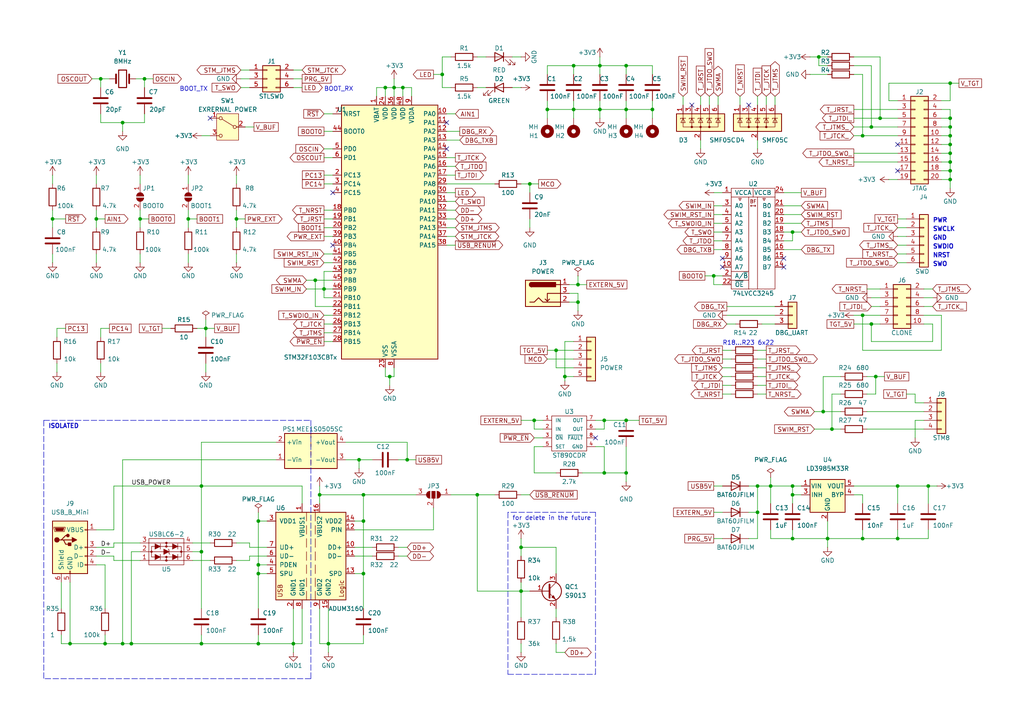
<source format=kicad_sch>
(kicad_sch (version 20231120) (generator "eeschema") (generator_version "8.0")
  (paper "A4")
  (junction (at 173.99 19.05))
  (junction (at 138.43 143.51))
  (junction (at 173.99 31.75))
  (junction (at 275.59 41.91))
  (junction (at 35.56 186.69))
  (junction (at 219.71 140.97))
  (junction (at 255.27 34.29))
  (junction (at 105.41 151.13))
  (junction (at 238.76 119.38))
  (junction (at 229.87 67.31))
  (junction (at 181.61 137.16))
  (junction (at 29.21 22.86))
  (junction (at 237.49 16.51))
  (junction (at 27.94 63.5))
  (junction (at 250.19 91.44))
  (junction (at 166.37 19.05))
  (junction (at 223.52 140.97))
  (junction (at 74.93 163.83))
  (junction (at 15.24 63.5))
  (junction (at 74.93 151.13))
  (junction (at 118.11 133.35))
  (junction (at 275.59 39.37))
  (junction (at 114.3 25.4))
  (junction (at 158.75 31.75))
  (junction (at 54.61 63.5))
  (junction (at 241.3 124.46))
  (junction (at 229.87 143.51))
  (junction (at 167.64 82.55))
  (junction (at 58.42 140.97))
  (junction (at 151.13 171.45))
  (junction (at 275.59 44.45))
  (junction (at 252.73 93.98))
  (junction (at 181.61 19.05))
  (junction (at 207.01 80.01))
  (junction (at 250.19 156.21))
  (junction (at 58.42 186.69))
  (junction (at 59.69 95.25))
  (junction (at 252.73 36.83))
  (junction (at 41.91 22.86))
  (junction (at 105.41 143.51))
  (junction (at 229.87 156.21))
  (junction (at 91.44 81.28))
  (junction (at 35.56 35.56))
  (junction (at 153.67 53.34))
  (junction (at 85.09 186.69))
  (junction (at 151.13 158.75))
  (junction (at 167.64 87.63))
  (junction (at 269.24 140.97))
  (junction (at 128.27 21.59))
  (junction (at 175.26 121.92))
  (junction (at 93.98 83.82))
  (junction (at 240.03 156.21))
  (junction (at 163.83 109.22))
  (junction (at 58.42 160.02))
  (junction (at 189.23 31.75))
  (junction (at 275.59 34.29))
  (junction (at 260.35 156.21))
  (junction (at 92.71 143.51))
  (junction (at 229.87 140.97))
  (junction (at 95.25 186.69))
  (junction (at 275.59 49.53))
  (junction (at 74.93 166.37))
  (junction (at 154.94 121.92))
  (junction (at 20.32 186.69))
  (junction (at 275.59 52.07))
  (junction (at 30.48 186.69))
  (junction (at 275.59 36.83))
  (junction (at 40.64 63.5))
  (junction (at 260.35 140.97))
  (junction (at 113.03 109.22))
  (junction (at 250.19 39.37))
  (junction (at 166.37 31.75))
  (junction (at 219.71 148.59))
  (junction (at 105.41 166.37))
  (junction (at 116.84 25.4))
  (junction (at 275.59 24.13))
  (junction (at 254 109.22))
  (junction (at 175.26 137.16))
  (junction (at 275.59 46.99))
  (junction (at 104.14 133.35))
  (junction (at 38.1 186.69))
  (junction (at 68.58 63.5))
  (junction (at 111.76 25.4))
  (junction (at 161.29 101.6))
  (junction (at 181.61 31.75))
  (junction (at 74.93 186.69))
  (junction (at 181.61 121.92))
  (no_connect (at 172.72 127))
  (no_connect (at 217.17 30.48))
  (no_connect (at 209.55 77.47))
  (no_connect (at 96.52 55.88))
  (no_connect (at 227.33 77.47))
  (no_connect (at 260.35 49.53))
  (no_connect (at 129.54 43.18))
  (no_connect (at 96.52 71.12))
  (no_connect (at 200.66 30.48))
  (no_connect (at 129.54 35.56))
  (no_connect (at 209.55 74.93))
  (no_connect (at 60.96 34.29))
  (no_connect (at 227.33 74.93))
  (no_connect (at 260.35 41.91))
  (wire (pts (xy 252.73 36.83) (xy 260.35 36.83)))
  (wire (pts (xy 68.58 50.8) (xy 68.58 53.34)))
  (wire (pts (xy 158.75 101.6) (xy 161.29 101.6)))
  (wire (pts (xy 275.59 31.75) (xy 275.59 34.29)))
  (wire (pts (xy 251.46 124.46) (xy 267.97 124.46)))
  (wire (pts (xy 210.82 88.9) (xy 224.79 88.9)))
  (wire (pts (xy 15.24 50.8) (xy 15.24 53.34)))
  (wire (pts (xy 205.74 27.94) (xy 205.74 30.48)))
  (wire (pts (xy 88.9 81.28) (xy 91.44 81.28)))
  (wire (pts (xy 154.94 137.16) (xy 161.29 137.16)))
  (wire (pts (xy 273.05 36.83) (xy 275.59 36.83)))
  (wire (pts (xy 29.21 105.41) (xy 29.21 107.95)))
  (wire (pts (xy 59.69 95.25) (xy 59.69 97.79)))
  (wire (pts (xy 115.57 161.29) (xy 118.11 161.29)))
  (wire (pts (xy 38.1 160.02) (xy 38.1 186.69)))
  (wire (pts (xy 163.83 109.22) (xy 166.37 109.22)))
  (wire (pts (xy 172.72 124.46) (xy 175.26 124.46)))
  (wire (pts (xy 229.87 156.21) (xy 240.03 156.21)))
  (wire (pts (xy 27.94 73.66) (xy 27.94 76.2)))
  (wire (pts (xy 260.35 156.21) (xy 269.24 156.21)))
  (wire (pts (xy 29.21 95.25) (xy 29.21 97.79)))
  (wire (pts (xy 229.87 67.31) (xy 232.41 67.31)))
  (wire (pts (xy 207.01 64.77) (xy 209.55 64.77)))
  (wire (pts (xy 247.65 93.98) (xy 252.73 93.98)))
  (wire (pts (xy 247.65 143.51) (xy 250.19 143.51)))
  (wire (pts (xy 275.59 39.37) (xy 275.59 41.91)))
  (wire (pts (xy 33.02 153.67) (xy 33.02 140.97)))
  (wire (pts (xy 165.1 85.09) (xy 167.64 85.09)))
  (wire (pts (xy 260.35 68.58) (xy 262.89 68.58)))
  (wire (pts (xy 102.87 151.13) (xy 105.41 151.13)))
  (wire (pts (xy 251.46 114.3) (xy 254 114.3)))
  (wire (pts (xy 167.64 87.63) (xy 167.64 90.17)))
  (wire (pts (xy 87.63 140.97) (xy 87.63 146.05)))
  (wire (pts (xy 54.61 50.8) (xy 54.61 53.34)))
  (wire (pts (xy 275.59 52.07) (xy 273.05 52.07)))
  (wire (pts (xy 161.29 176.53) (xy 161.29 179.07)))
  (wire (pts (xy 92.71 186.69) (xy 95.25 186.69)))
  (wire (pts (xy 232.41 140.97) (xy 229.87 140.97)))
  (wire (pts (xy 100.33 128.27) (xy 118.11 128.27)))
  (wire (pts (xy 219.71 109.22) (xy 222.25 109.22)))
  (wire (pts (xy 85.09 20.32) (xy 87.63 20.32)))
  (wire (pts (xy 250.19 39.37) (xy 260.35 39.37)))
  (wire (pts (xy 71.12 36.83) (xy 73.66 36.83)))
  (wire (pts (xy 252.73 86.36) (xy 255.27 86.36)))
  (wire (pts (xy 209.55 109.22) (xy 212.09 109.22)))
  (wire (pts (xy 138.43 25.4) (xy 140.97 25.4)))
  (wire (pts (xy 129.54 33.02) (xy 132.08 33.02)))
  (wire (pts (xy 207.01 62.23) (xy 209.55 62.23)))
  (wire (pts (xy 217.17 140.97) (xy 219.71 140.97)))
  (wire (pts (xy 227.33 59.69) (xy 232.41 59.69)))
  (wire (pts (xy 234.95 16.51) (xy 237.49 16.51)))
  (wire (pts (xy 241.3 114.3) (xy 243.84 114.3)))
  (wire (pts (xy 74.93 184.15) (xy 74.93 186.69)))
  (wire (pts (xy 273.05 91.44) (xy 273.05 101.6)))
  (wire (pts (xy 267.97 121.92) (xy 265.43 121.92)))
  (wire (pts (xy 33.02 157.48) (xy 40.64 157.48)))
  (wire (pts (xy 95.25 186.69) (xy 95.25 189.23)))
  (wire (pts (xy 222.25 27.94) (xy 222.25 30.48)))
  (wire (pts (xy 260.35 140.97) (xy 269.24 140.97)))
  (wire (pts (xy 74.93 186.69) (xy 85.09 186.69)))
  (wire (pts (xy 93.98 60.96) (xy 96.52 60.96)))
  (wire (pts (xy 227.33 62.23) (xy 232.41 62.23)))
  (wire (pts (xy 33.02 158.75) (xy 33.02 157.48)))
  (wire (pts (xy 58.42 128.27) (xy 80.01 128.27)))
  (wire (pts (xy 31.75 22.86) (xy 29.21 22.86)))
  (wire (pts (xy 223.52 156.21) (xy 229.87 156.21)))
  (wire (pts (xy 105.41 151.13) (xy 105.41 166.37)))
  (wire (pts (xy 275.59 29.21) (xy 273.05 29.21)))
  (wire (pts (xy 100.33 133.35) (xy 104.14 133.35)))
  (wire (pts (xy 267.97 91.44) (xy 273.05 91.44)))
  (polyline (pts (xy 172.72 148.59) (xy 147.32 148.59)) (stroke (width 0) (type dash)))
  (wire (pts (xy 207.01 140.97) (xy 209.55 140.97)))
  (wire (pts (xy 243.84 124.46) (xy 241.3 124.46)))
  (wire (pts (xy 93.98 99.06) (xy 96.52 99.06)))
  (wire (pts (xy 275.59 34.29) (xy 275.59 36.83)))
  (wire (pts (xy 87.63 186.69) (xy 85.09 186.69)))
  (wire (pts (xy 109.22 27.94) (xy 109.22 25.4)))
  (wire (pts (xy 129.54 66.04) (xy 132.08 66.04)))
  (wire (pts (xy 189.23 19.05) (xy 189.23 21.59)))
  (wire (pts (xy 95.25 186.69) (xy 105.41 186.69)))
  (wire (pts (xy 252.73 99.06) (xy 270.51 99.06)))
  (wire (pts (xy 251.46 83.82) (xy 255.27 83.82)))
  (wire (pts (xy 161.29 101.6) (xy 161.29 106.68)))
  (wire (pts (xy 105.41 143.51) (xy 120.65 143.51)))
  (wire (pts (xy 27.94 50.8) (xy 27.94 53.34)))
  (wire (pts (xy 39.37 22.86) (xy 41.91 22.86)))
  (wire (pts (xy 237.49 16.51) (xy 240.03 16.51)))
  (polyline (pts (xy 90.17 121.92) (xy 90.17 196.85)) (stroke (width 0) (type dash)))
  (wire (pts (xy 173.99 19.05) (xy 173.99 16.51)))
  (wire (pts (xy 151.13 168.91) (xy 151.13 171.45)))
  (wire (pts (xy 59.69 95.25) (xy 62.23 95.25)))
  (wire (pts (xy 92.71 140.97) (xy 92.71 143.51)))
  (wire (pts (xy 167.64 82.55) (xy 170.18 82.55)))
  (wire (pts (xy 255.27 16.51) (xy 255.27 34.29)))
  (wire (pts (xy 275.59 49.53) (xy 275.59 52.07)))
  (wire (pts (xy 158.75 21.59) (xy 158.75 19.05)))
  (wire (pts (xy 129.54 58.42) (xy 132.08 58.42)))
  (wire (pts (xy 93.98 63.5) (xy 96.52 63.5)))
  (wire (pts (xy 151.13 171.45) (xy 153.67 171.45)))
  (wire (pts (xy 168.91 137.16) (xy 175.26 137.16)))
  (wire (pts (xy 93.98 50.8) (xy 96.52 50.8)))
  (wire (pts (xy 275.59 52.07) (xy 275.59 54.61)))
  (wire (pts (xy 224.79 27.94) (xy 224.79 30.48)))
  (wire (pts (xy 40.64 73.66) (xy 40.64 76.2)))
  (wire (pts (xy 102.87 153.67) (xy 125.73 153.67)))
  (wire (pts (xy 114.3 106.68) (xy 114.3 109.22)))
  (wire (pts (xy 247.65 46.99) (xy 260.35 46.99)))
  (wire (pts (xy 55.88 160.02) (xy 58.42 160.02)))
  (wire (pts (xy 158.75 104.14) (xy 166.37 104.14)))
  (wire (pts (xy 93.98 78.74) (xy 93.98 83.82)))
  (wire (pts (xy 27.94 158.75) (xy 33.02 158.75)))
  (wire (pts (xy 161.29 189.23) (xy 161.29 186.69)))
  (wire (pts (xy 270.51 86.36) (xy 267.97 86.36)))
  (wire (pts (xy 138.43 143.51) (xy 143.51 143.51)))
  (wire (pts (xy 148.59 16.51) (xy 151.13 16.51)))
  (wire (pts (xy 247.65 44.45) (xy 260.35 44.45)))
  (wire (pts (xy 175.26 121.92) (xy 175.26 124.46)))
  (wire (pts (xy 158.75 34.29) (xy 158.75 31.75)))
  (wire (pts (xy 173.99 19.05) (xy 173.99 21.59)))
  (wire (pts (xy 15.24 73.66) (xy 15.24 76.2)))
  (wire (pts (xy 27.94 153.67) (xy 33.02 153.67)))
  (wire (pts (xy 129.54 40.64) (xy 133.35 40.64)))
  (polyline (pts (xy 172.72 195.58) (xy 172.72 148.59)) (stroke (width 0) (type dash)))
  (wire (pts (xy 217.17 156.21) (xy 219.71 156.21)))
  (wire (pts (xy 153.67 143.51) (xy 151.13 143.51)))
  (wire (pts (xy 96.52 88.9) (xy 91.44 88.9)))
  (wire (pts (xy 58.42 184.15) (xy 58.42 186.69)))
  (wire (pts (xy 154.94 129.54) (xy 157.48 129.54)))
  (wire (pts (xy 26.67 22.86) (xy 29.21 22.86)))
  (wire (pts (xy 33.02 161.29) (xy 33.02 162.56)))
  (wire (pts (xy 251.46 109.22) (xy 254 109.22)))
  (wire (pts (xy 74.93 148.59) (xy 74.93 151.13)))
  (wire (pts (xy 102.87 158.75) (xy 107.95 158.75)))
  (wire (pts (xy 227.33 55.88) (xy 232.41 55.88)))
  (wire (pts (xy 151.13 53.34) (xy 153.67 53.34)))
  (wire (pts (xy 181.61 137.16) (xy 181.61 139.7)))
  (wire (pts (xy 265.43 121.92) (xy 265.43 127)))
  (wire (pts (xy 273.05 41.91) (xy 275.59 41.91)))
  (wire (pts (xy 207.01 148.59) (xy 209.55 148.59)))
  (polyline (pts (xy 90.17 196.85) (xy 12.7 196.85)) (stroke (width 0) (type dash)))
  (wire (pts (xy 33.02 140.97) (xy 58.42 140.97)))
  (wire (pts (xy 58.42 128.27) (xy 58.42 140.97)))
  (wire (pts (xy 175.26 137.16) (xy 181.61 137.16)))
  (wire (pts (xy 219.71 114.3) (xy 222.25 114.3)))
  (wire (pts (xy 209.55 101.6) (xy 212.09 101.6)))
  (wire (pts (xy 87.63 176.53) (xy 87.63 186.69)))
  (wire (pts (xy 265.43 116.84) (xy 267.97 116.84)))
  (wire (pts (xy 30.48 163.83) (xy 30.48 176.53)))
  (wire (pts (xy 58.42 39.37) (xy 60.96 39.37)))
  (wire (pts (xy 114.3 25.4) (xy 114.3 27.94)))
  (wire (pts (xy 77.47 161.29) (xy 72.39 161.29)))
  (wire (pts (xy 130.81 143.51) (xy 138.43 143.51)))
  (wire (pts (xy 129.54 38.1) (xy 133.35 38.1)))
  (wire (pts (xy 255.27 34.29) (xy 260.35 34.29)))
  (wire (pts (xy 250.19 91.44) (xy 255.27 91.44)))
  (wire (pts (xy 54.61 63.5) (xy 57.15 63.5)))
  (wire (pts (xy 102.87 166.37) (xy 105.41 166.37)))
  (wire (pts (xy 273.05 44.45) (xy 275.59 44.45)))
  (wire (pts (xy 40.64 66.04) (xy 40.64 63.5)))
  (wire (pts (xy 93.98 86.36) (xy 93.98 83.82)))
  (wire (pts (xy 181.61 31.75) (xy 181.61 29.21)))
  (wire (pts (xy 229.87 140.97) (xy 229.87 143.51)))
  (wire (pts (xy 227.33 64.77) (xy 232.41 64.77)))
  (wire (pts (xy 257.81 29.21) (xy 257.81 24.13)))
  (wire (pts (xy 151.13 158.75) (xy 161.29 158.75)))
  (wire (pts (xy 27.94 63.5) (xy 27.94 60.96)))
  (wire (pts (xy 219.71 27.94) (xy 219.71 30.48)))
  (wire (pts (xy 35.56 35.56) (xy 35.56 38.1)))
  (wire (pts (xy 125.73 153.67) (xy 125.73 147.32)))
  (wire (pts (xy 181.61 34.29) (xy 181.61 31.75)))
  (wire (pts (xy 269.24 140.97) (xy 269.24 146.05)))
  (wire (pts (xy 130.81 16.51) (xy 128.27 16.51)))
  (wire (pts (xy 151.13 171.45) (xy 151.13 179.07)))
  (wire (pts (xy 247.65 140.97) (xy 260.35 140.97)))
  (wire (pts (xy 57.15 95.25) (xy 59.69 95.25)))
  (wire (pts (xy 31.75 95.25) (xy 29.21 95.25)))
  (wire (pts (xy 93.98 96.52) (xy 96.52 96.52)))
  (wire (pts (xy 163.83 189.23) (xy 161.29 189.23)))
  (wire (pts (xy 269.24 156.21) (xy 269.24 153.67)))
  (wire (pts (xy 257.81 52.07) (xy 260.35 52.07)))
  (wire (pts (xy 203.2 40.64) (xy 203.2 43.18)))
  (wire (pts (xy 58.42 160.02) (xy 58.42 176.53)))
  (wire (pts (xy 247.65 39.37) (xy 250.19 39.37)))
  (wire (pts (xy 111.76 106.68) (xy 111.76 109.22)))
  (wire (pts (xy 58.42 186.69) (xy 38.1 186.69)))
  (wire (pts (xy 154.94 121.92) (xy 157.48 121.92)))
  (wire (pts (xy 181.61 19.05) (xy 181.61 21.59)))
  (wire (pts (xy 209.55 104.14) (xy 212.09 104.14)))
  (wire (pts (xy 20.32 168.91) (xy 20.32 186.69)))
  (wire (pts (xy 181.61 129.54) (xy 181.61 137.16)))
  (wire (pts (xy 17.78 186.69) (xy 20.32 186.69)))
  (wire (pts (xy 189.23 29.21) (xy 189.23 31.75)))
  (wire (pts (xy 105.41 143.51) (xy 105.41 151.13)))
  (wire (pts (xy 92.71 143.51) (xy 92.71 146.05)))
  (wire (pts (xy 238.76 119.38) (xy 238.76 109.22)))
  (wire (pts (xy 251.46 119.38) (xy 267.97 119.38)))
  (wire (pts (xy 275.59 24.13) (xy 275.59 29.21)))
  (wire (pts (xy 172.72 129.54) (xy 175.26 129.54)))
  (wire (pts (xy 163.83 99.06) (xy 163.83 109.22)))
  (wire (pts (xy 118.11 133.35) (xy 120.65 133.35)))
  (wire (pts (xy 165.1 87.63) (xy 167.64 87.63)))
  (wire (pts (xy 265.43 114.3) (xy 265.43 116.84)))
  (wire (pts (xy 15.24 63.5) (xy 15.24 66.04)))
  (wire (pts (xy 128.27 25.4) (xy 130.81 25.4)))
  (wire (pts (xy 240.03 156.21) (xy 240.03 158.75)))
  (wire (pts (xy 129.54 71.12) (xy 132.08 71.12)))
  (wire (pts (xy 27.94 63.5) (xy 30.48 63.5)))
  (wire (pts (xy 115.57 158.75) (xy 118.11 158.75)))
  (wire (pts (xy 40.64 50.8) (xy 40.64 53.34)))
  (wire (pts (xy 114.3 22.86) (xy 114.3 25.4)))
  (wire (pts (xy 166.37 99.06) (xy 163.83 99.06)))
  (wire (pts (xy 219.71 104.14) (xy 222.25 104.14)))
  (wire (pts (xy 91.44 81.28) (xy 91.44 88.9)))
  (wire (pts (xy 227.33 72.39) (xy 232.41 72.39)))
  (wire (pts (xy 241.3 124.46) (xy 241.3 114.3)))
  (wire (pts (xy 88.9 83.82) (xy 93.98 83.82)))
  (wire (pts (xy 15.24 60.96) (xy 15.24 63.5)))
  (wire (pts (xy 41.91 22.86) (xy 41.91 25.4)))
  (wire (pts (xy 40.64 63.5) (xy 43.18 63.5)))
  (wire (pts (xy 181.61 121.92) (xy 185.42 121.92)))
  (wire (pts (xy 166.37 19.05) (xy 166.37 21.59)))
  (wire (pts (xy 214.63 27.94) (xy 214.63 30.48)))
  (wire (pts (xy 105.41 184.15) (xy 105.41 186.69)))
  (wire (pts (xy 166.37 34.29) (xy 166.37 31.75)))
  (wire (pts (xy 27.94 163.83) (xy 30.48 163.83)))
  (wire (pts (xy 247.65 31.75) (xy 260.35 31.75)))
  (wire (pts (xy 223.52 140.97) (xy 223.52 146.05)))
  (wire (pts (xy 85.09 186.69) (xy 85.09 189.23)))
  (wire (pts (xy 93.98 38.1) (xy 96.52 38.1)))
  (wire (pts (xy 93.98 73.66) (xy 96.52 73.66)))
  (wire (pts (xy 72.39 157.48) (xy 72.39 158.75)))
  (wire (pts (xy 15.24 63.5) (xy 19.05 63.5)))
  (wire (pts (xy 54.61 60.96) (xy 54.61 63.5)))
  (wire (pts (xy 111.76 25.4) (xy 111.76 27.94)))
  (wire (pts (xy 59.69 105.41) (xy 59.69 107.95)))
  (wire (pts (xy 16.51 95.25) (xy 16.51 97.79)))
  (wire (pts (xy 128.27 21.59) (xy 128.27 25.4)))
  (wire (pts (xy 74.93 166.37) (xy 74.93 176.53)))
  (wire (pts (xy 33.02 162.56) (xy 40.64 162.56)))
  (wire (pts (xy 247.65 21.59) (xy 250.19 21.59)))
  (wire (pts (xy 232.41 143.51) (xy 229.87 143.51)))
  (wire (pts (xy 204.47 80.01) (xy 207.01 80.01)))
  (wire (pts (xy 247.65 19.05) (xy 252.73 19.05)))
  (wire (pts (xy 129.54 53.34) (xy 143.51 53.34)))
  (wire (pts (xy 40.64 60.96) (xy 40.64 63.5)))
  (wire (pts (xy 151.13 121.92) (xy 154.94 121.92)))
  (wire (pts (xy 165.1 82.55) (xy 167.64 82.55)))
  (wire (pts (xy 210.82 93.98) (xy 213.36 93.98)))
  (wire (pts (xy 260.35 63.5) (xy 262.89 63.5)))
  (wire (pts (xy 55.88 162.56) (xy 60.96 162.56)))
  (wire (pts (xy 209.55 114.3) (xy 212.09 114.3)))
  (wire (pts (xy 236.22 119.38) (xy 238.76 119.38)))
  (wire (pts (xy 54.61 73.66) (xy 54.61 76.2)))
  (wire (pts (xy 252.73 88.9) (xy 255.27 88.9)))
  (wire (pts (xy 207.01 82.55) (xy 207.01 80.01)))
  (wire (pts (xy 68.58 73.66) (xy 68.58 76.2)))
  (wire (pts (xy 250.19 21.59) (xy 250.19 39.37)))
  (wire (pts (xy 55.88 157.48) (xy 60.96 157.48)))
  (wire (pts (xy 250.19 156.21) (xy 260.35 156.21)))
  (polyline (pts (xy 147.32 148.59) (xy 147.32 195.58)) (stroke (width 0) (type dash)))
  (wire (pts (xy 85.09 25.4) (xy 87.63 25.4)))
  (wire (pts (xy 151.13 25.4) (xy 148.59 25.4)))
  (wire (pts (xy 29.21 22.86) (xy 29.21 25.4)))
  (wire (pts (xy 93.98 33.02) (xy 96.52 33.02)))
  (wire (pts (xy 252.73 93.98) (xy 252.73 99.06)))
  (wire (pts (xy 250.19 101.6) (xy 250.19 91.44)))
  (wire (pts (xy 223.52 153.67) (xy 223.52 156.21)))
  (wire (pts (xy 93.98 53.34) (xy 96.52 53.34)))
  (wire (pts (xy 129.54 48.26) (xy 132.08 48.26)))
  (wire (pts (xy 236.22 124.46) (xy 241.3 124.46)))
  (wire (pts (xy 247.65 16.51) (xy 255.27 16.51)))
  (wire (pts (xy 19.05 95.25) (xy 16.51 95.25)))
  (wire (pts (xy 96.52 86.36) (xy 93.98 86.36)))
  (wire (pts (xy 270.51 83.82) (xy 267.97 83.82)))
  (wire (pts (xy 59.69 92.71) (xy 59.69 95.25)))
  (wire (pts (xy 229.87 140.97) (xy 223.52 140.97)))
  (wire (pts (xy 93.98 45.72) (xy 96.52 45.72)))
  (wire (pts (xy 260.35 71.12) (xy 262.89 71.12)))
  (wire (pts (xy 93.98 66.04) (xy 96.52 66.04)))
  (wire (pts (xy 92.71 143.51) (xy 105.41 143.51)))
  (wire (pts (xy 102.87 161.29) (xy 107.95 161.29)))
  (wire (pts (xy 273.05 34.29) (xy 275.59 34.29)))
  (wire (pts (xy 275.59 46.99) (xy 275.59 49.53)))
  (wire (pts (xy 166.37 31.75) (xy 166.37 29.21)))
  (wire (pts (xy 153.67 63.5) (xy 153.67 66.04)))
  (wire (pts (xy 151.13 186.69) (xy 151.13 189.23)))
  (wire (pts (xy 96.52 78.74) (xy 93.98 78.74)))
  (wire (pts (xy 254 109.22) (xy 254 114.3)))
  (wire (pts (xy 227.33 67.31) (xy 229.87 67.31)))
  (wire (pts (xy 181.61 19.05) (xy 189.23 19.05)))
  (wire (pts (xy 118.11 128.27) (xy 118.11 133.35)))
  (polyline (pts (xy 12.7 121.92) (xy 90.17 121.92)) (stroke (width 0) (type dash)))
  (wire (pts (xy 29.21 33.02) (xy 29.21 35.56)))
  (wire (pts (xy 68.58 66.04) (xy 68.58 63.5)))
  (wire (pts (xy 238.76 119.38) (xy 243.84 119.38)))
  (wire (pts (xy 93.98 91.44) (xy 96.52 91.44)))
  (wire (pts (xy 173.99 31.75) (xy 173.99 34.29)))
  (wire (pts (xy 219.71 101.6) (xy 222.25 101.6)))
  (wire (pts (xy 114.3 25.4) (xy 116.84 25.4)))
  (wire (pts (xy 151.13 161.29) (xy 151.13 158.75)))
  (wire (pts (xy 260.35 73.66) (xy 262.89 73.66)))
  (polyline (pts (xy 147.32 195.58) (xy 172.72 195.58)) (stroke (width 0) (type dash)))
  (wire (pts (xy 219.71 106.68) (xy 222.25 106.68)))
  (wire (pts (xy 270.51 88.9) (xy 267.97 88.9)))
  (wire (pts (xy 30.48 186.69) (xy 35.56 186.69)))
  (wire (pts (xy 260.35 66.04) (xy 262.89 66.04)))
  (wire (pts (xy 17.78 168.91) (xy 17.78 176.53)))
  (wire (pts (xy 229.87 143.51) (xy 229.87 146.05)))
  (wire (pts (xy 247.65 36.83) (xy 252.73 36.83)))
  (wire (pts (xy 219.71 40.64) (xy 219.71 43.18)))
  (wire (pts (xy 257.81 29.21) (xy 260.35 29.21)))
  (wire (pts (xy 129.54 50.8) (xy 132.08 50.8)))
  (wire (pts (xy 111.76 109.22) (xy 113.03 109.22)))
  (wire (pts (xy 267.97 93.98) (xy 270.51 93.98)))
  (wire (pts (xy 207.01 156.21) (xy 209.55 156.21)))
  (wire (pts (xy 74.93 163.83) (xy 74.93 166.37)))
  (wire (pts (xy 151.13 171.45) (xy 138.43 171.45)))
  (wire (pts (xy 247.65 91.44) (xy 250.19 91.44)))
  (wire (pts (xy 153.67 53.34) (xy 156.21 53.34)))
  (wire (pts (xy 93.98 68.58) (xy 96.52 68.58)))
  (wire (pts (xy 161.29 158.75) (xy 161.29 166.37)))
  (wire (pts (xy 153.67 53.34) (xy 153.67 55.88)))
  (wire (pts (xy 275.59 36.83) (xy 275.59 39.37)))
  (wire (pts (xy 240.03 19.05) (xy 237.49 19.05)))
  (wire (pts (xy 260.35 76.2) (xy 262.89 76.2)))
  (wire (pts (xy 157.48 124.46) (xy 154.94 124.46)))
  (wire (pts (xy 234.95 21.59) (xy 240.03 21.59)))
  (wire (pts (xy 27.94 161.29) (xy 33.02 161.29)))
  (wire (pts (xy 129.54 68.58) (xy 132.08 68.58)))
  (wire (pts (xy 104.14 133.35) (xy 107.95 133.35)))
  (wire (pts (xy 46.99 95.25) (xy 49.53 95.25)))
  (wire (pts (xy 273.05 49.53) (xy 275.59 49.53)))
  (wire (pts (xy 255.27 93.98) (xy 252.73 93.98)))
  (wire (pts (xy 111.76 25.4) (xy 114.3 25.4)))
  (wire (pts (xy 92.71 176.53) (xy 92.71 186.69)))
  (wire (pts (xy 275.59 44.45) (xy 275.59 46.99)))
  (wire (pts (xy 273.05 46.99) (xy 275.59 46.99)))
  (wire (pts (xy 72.39 20.32) (xy 69.85 20.32)))
  (wire (pts (xy 95.25 176.53) (xy 95.25 186.69)))
  (wire (pts (xy 173.99 31.75) (xy 173.99 29.21)))
  (wire (pts (xy 68.58 162.56) (xy 72.39 162.56)))
  (wire (pts (xy 119.38 25.4) (xy 119.38 27.94)))
  (wire (pts (xy 154.94 124.46) (xy 154.94 121.92)))
  (wire (pts (xy 189.23 31.75) (xy 181.61 31.75)))
  (wire (pts (xy 207.01 82.55) (xy 209.55 82.55)))
  (wire (pts (xy 35.56 133.35) (xy 35.56 186.69)))
  (wire (pts (xy 254 109.22) (xy 256.54 109.22)))
  (wire (pts (xy 240.03 151.13) (xy 240.03 156.21)))
  (wire (pts (xy 80.01 133.35) (xy 35.56 133.35)))
  (polyline (pts (xy 12.7 121.92) (xy 12.7 196.85)) (stroke (width 0) (type dash)))
  (wire (pts (xy 172.72 121.92) (xy 175.26 121.92)))
  (wire (pts (xy 217.17 148.59) (xy 219.71 148.59)))
  (wire (pts (xy 54.61 66.04) (xy 54.61 63.5)))
  (wire (pts (xy 273.05 101.6) (xy 250.19 101.6)))
  (wire (pts (xy 58.42 186.69) (xy 74.93 186.69)))
  (wire (pts (xy 38.1 160.02) (xy 40.64 160.02)))
  (wire (pts (xy 72.39 158.75) (xy 77.47 158.75)))
  (wire (pts (xy 154.94 127) (xy 157.48 127)))
  (wire (pts (xy 173.99 19.05) (xy 181.61 19.05)))
  (wire (pts (xy 262.89 114.3) (xy 265.43 114.3)))
  (wire (pts (xy 207.01 67.31) (xy 209.55 67.31)))
  (wire (pts (xy 163.83 109.22) (xy 163.83 110.49)))
  (wire (pts (xy 68.58 63.5) (xy 71.12 63.5)))
  (wire (pts (xy 250.19 143.51) (xy 250.19 146.05)))
  (wire (pts (xy 229.87 67.31) (xy 229.87 69.85)))
  (wire (pts (xy 175.26 121.92) (xy 181.61 121.92)))
  (wire (pts (xy 129.54 45.72) (xy 132.08 45.72)))
  (wire (pts (xy 247.65 34.29) (xy 255.27 34.29)))
  (wire (pts (xy 181.61 31.75) (xy 173.99 31.75)))
  (wire (pts (xy 237.49 16.51) (xy 237.49 19.05)))
  (wire (pts (xy 207.01 80.01) (xy 209.55 80.01)))
  (wire (pts (xy 220.98 93.98) (xy 224.79 93.98)))
  (wire (pts (xy 113.03 109.22) (xy 114.3 109.22)))
  (wire (pts (xy 17.78 184.15) (xy 17.78 186.69)))
  (wire (pts (xy 30.48 184.15) (xy 30.48 186.69)))
  (wire (pts (xy 69.85 25.4) (xy 72.39 25.4)))
  (wire (pts (xy 72.39 161.29) (xy 72.39 162.56)))
  (wire (pts (xy 58.42 140.97) (xy 87.63 140.97)))
  (wire (pts (xy 275.59 24.13) (xy 278.13 24.13)))
  (wire (pts (xy 91.44 81.28) (xy 96.52 81.28)))
  (wire (pts (xy 260.35 140.97) (xy 260.35 146.05)))
  (wire (pts (xy 68.58 63.5) (xy 68.58 60.96)))
  (wire (pts (xy 129.54 55.88) (xy 132.08 55.88)))
  (wire (pts (xy 167.64 85.09) (xy 167.64 87.63)))
  (wire (pts (xy 273.05 31.75) (xy 275.59 31.75)))
  (wire (pts (xy 116.84 25.4) (xy 119.38 25.4)))
  (wire (pts (xy 58.42 140.97) (xy 58.42 160.02)))
  (wire (pts (xy 29.21 35.56) (xy 35.56 35.56)))
  (wire (pts (xy 173.99 31.75) (xy 166.37 31.75)))
  (wire (pts (xy 240.03 156.21) (xy 250.19 156.21)))
  (wire (pts (xy 93.98 83.82) (xy 96.52 83.82)))
  (wire (pts (xy 161.29 106.68) (xy 166.37 106.68)))
  (wire (pts (xy 113.03 109.22) (xy 113.03 111.76)))
  (wire (pts (xy 273.05 39.37) (xy 275.59 39.37)))
  (wire (pts (xy 151.13 158.75) (xy 151.13 156.21)))
  (wire (pts (xy 166.37 19.05) (xy 173.99 19.05)))
  (wire (pts (xy 229.87 153.67) (xy 229.87 156.21)))
  (wire (pts (xy 198.12 27.94) (xy 198.12 30.48)))
  (wire (pts (xy 210.82 91.44) (xy 224.79 91.44)))
  (wire (pts (xy 270.51 99.06) (xy 270.51 93.98)))
  (wire (pts (xy 129.54 60.96) (xy 132.08 60.96)))
  (wire (pts (xy 203.2 27.94) (xy 203.2 30.48)))
  (wire (pts (xy 207.01 72.39) (xy 209.55 72.39)))
  (wire (pts (xy 129.54 63.5) (xy 132.08 63.5)))
  (wire (pts (xy 250.19 153.67) (xy 250.19 156.21)))
  (wire (pts (xy 16.51 105.41) (xy 16.51 107.95)))
  (wire (pts (xy 68.58 157.48) (xy 72.39 157.48)))
  (wire (pts (xy 219.71 111.76) (xy 222.25 111.76)))
  (wire (pts (xy 128.27 16.51) (xy 128.27 21.59)))
  (wire (pts (xy 72.39 22.86) (xy 69.85 22.86)))
  (wire (pts (xy 74.93 163.83) (xy 77.47 163.83)))
  (wire (pts (xy 105.41 166.37) (xy 105.41 176.53)))
  (wire (pts (xy 223.52 138.43) (xy 223.52 140.97)))
  (wire (pts (xy 207.01 69.85) (xy 209.55 69.85)))
  (wire (pts (xy 158.75 31.75) (xy 158.75 29.21)))
  (wire (pts (xy 207.01 55.88) (xy 209.55 55.88)))
  (wire (pts (xy 27.94 66.04) (xy 27.94 63.5)))
  (wire (pts (xy 219.71 140.97) (xy 219.71 148.59)))
  (wire (pts (xy 257.81 24.13) (xy 275.59 24.13)))
  (wire (pts (xy 207.01 59.69) (xy 209.55 59.69)))
  (wire (pts (xy 85.09 176.53) (xy 85.09 186.69)))
  (wire (pts (xy 175.26 129.54) (xy 175.26 137.16)))
  (wire (pts (xy 74.93 166.37) (xy 77.47 166.37)))
  (wire (pts (xy 189.23 34.29) (xy 189.23 31.75)))
  (wire (pts (xy 209.55 106.68) (xy 212.09 106.68)))
  (wire (pts (xy 238.76 109.22) (xy 243.84 109.22)))
  (wire (pts (xy 219.71 148.59) (xy 219.71 156.21)))
  (wire (pts (xy 93.98 76.2) (xy 96.52 76.2)))
  (wire (pts (xy 41.91 22.86) (xy 44.45 22.86)))
  (wire (pts (xy 166.37 31.75) (xy 158.75 31.75)))
  (wire (pts (xy 138.43 143.51) (xy 138.43 171.45)))
  (wire (pts (xy 115.57 133.35) (xy 118.11 133.35)))
  (wire (pts (xy 158.75 19.05) (xy 166.37 19.05)))
  (wire (pts (xy 209.55 111.76) (xy 212.09 111.76)))
  (wire (pts (xy 275.59 41.91) (xy 275.59 44.45)))
  (wire (pts (xy 208.28 27.94) (xy 208.28 30.48)))
  (wire (pts (xy 35.56 186.69) (xy 38.1 186.69)))
  (wire (pts (xy 154.94 129.54) (xy 154.94 137.16)))
  (wire (pts (xy 41.91 33.02) (xy 41.91 35.56)))
  (wire (pts (xy 74.93 151.13) (xy 77.47 151.13)))
  (wire (pts (xy 116.84 25.4) (xy 116.84 27.94)))
  (wire (pts (xy 85.09 22.86) (xy 87.63 22.86)))
  (wire (pts (xy 30.48 186.69) (xy 20.32 186.69)))
  (wire (pts (xy 128.27 21.59) (xy 125.73 21.59)))
  (wire (pts (xy 227.33 69.85) (xy 229.87 69.85)))
  (wire (pts (xy 104.14 133.35) (xy 104.14 135.89)))
  (wire (pts (xy 167.64 80.01) (xy 167.64 82.55)))
  (wire (pts (xy 161.29 101.6) (xy 166.37 101.6)))
  (wire (pts (xy 93.98 43.18) (xy 96.52 43.18)))
  (wire (pts (xy 35.56 35.56) (xy 41.91 35.56)))
  (wire (pts (xy 138.43 16.51) (xy 140.97 16.51)))
  (wire (pts (xy 260.35 153.67) (xy 260.35 156.21)))
  (wire (pts (xy 74.93 151.13) (xy 74.93 163.83)))
  (wire (pts (xy 93.98 93.98) (xy 96.52 93.98)))
  (wire (pts (xy 109.22 25.4) (xy 111.76 25.4)))
  (wire (pts (xy 219.71 140.97) (xy 223.52 140.97)))
  (wire (pts (xy 269.24 140.97) (xy 271.78 140.97)))
  (wire (pts (xy 252.73 19.05) (xy 252.73 36.83)))
  (text "BOOT_RX" (at 93.98 26.67 0) (effects (font (size 1.27 1.27)) (justify left bottom)))
  (text "SWCLK" (at 270.51 67.31 0) (effects (font (size 1.27 1.27) (thickness 0.254) (bold yes)) (justify left bottom)))
  (text "GND" (at 270.51 69.85 0) (effects (font (size 1.27 1.27) (thickness 0.254) (bold yes)) (justify left bottom)))
  (text "NRST" (at 270.51 74.93 0) (effects (font (size 1.27 1.27) (thickness 0.254) (bold yes)) (justify left bottom)))
  (text "R18...R23 6x22" (at 209.55 100.33 0) (effects (font (size 1.27 1.27)) (justify left bottom)))
  (text "SWDIO" (at 270.51 72.39 0) (effects (font (size 1.27 1.27) (thickness 0.254) (bold yes)) (justify left bottom)))
  (text "SWO" (at 270.51 77.47 0) (effects (font (size 1.27 1.27) (thickness 0.254) (bold yes)) (justify left bottom)))
  (text "for delete in the future" (at 148.59 151.13 0) (effects (font (size 1.27 1.27)) (justify left bottom)))
  (text "PWR" (at 270.51 64.77 0) (effects (font (size 1.27 1.27) (thickness 0.254) (bold yes)) (justify left bottom)))
  (text "ISOLATED" (at 13.97 124.46 0) (effects (font (size 1.27 1.27) (thickness 0.254) (bold yes)) (justify left bottom)))
  (text "BOOT_TX" (at 52.07 26.67 0) (effects (font (size 1.27 1.27)) (justify left bottom)))
  (label "D+" (at 29.21 158.75 0))
  (label "USB_POWER" (at 38.1 140.97 0))
  (label "D-" (at 29.21 161.29 0))
  (global_label "T_JTDO_SWO_" (shape output) (at 247.65 44.45 180) (property "Intersheetrefs" "${INTERSHEET_REFS}" (effects (hide yes))))
  (global_label "LED" (shape output) (at 87.63 25.4 0) (property "Intersheetrefs" "${INTERSHEET_REFS}" (effects (hide yes))))
  (global_label "T_JTMS_" (shape bidirectional) (at 260.35 71.12 180) (property "Intersheetrefs" "${INTERSHEET_REFS}" (effects (hide yes))))
  (global_label "V_TGT" (shape passive) (at 262.89 114.3 180) (property "Intersheetrefs" "${INTERSHEET_REFS}" (effects (hide yes))))
  (global_label "OSCOUT" (shape input) (at 26.67 22.86 180) (property "Intersheetrefs" "${INTERSHEET_REFS}" (effects (hide yes))))
  (global_label "DD-" (shape bidirectional) (at 118.11 161.29 0) (property "Intersheetrefs" "${INTERSHEET_REFS}" (effects (hide yes))))
  (global_label "AIN1" (shape input) (at 132.08 33.02 0) (property "Intersheetrefs" "${INTERSHEET_REFS}" (effects (hide yes))))
  (global_label "PC14" (shape passive) (at 93.98 53.34 180) (property "Intersheetrefs" "${INTERSHEET_REFS}" (effects (hide yes))))
  (global_label "SWIM_RST_IN" (shape input) (at 93.98 73.66 180) (property "Intersheetrefs" "${INTERSHEET_REFS}" (effects (hide yes))))
  (global_label "EXTERN_5V" (shape passive) (at 151.13 121.92 180) (property "Intersheetrefs" "${INTERSHEET_REFS}" (effects (hide yes))))
  (global_label "T_JTCK" (shape input) (at 209.55 109.22 180) (property "Intersheetrefs" "${INTERSHEET_REFS}" (effects (hide yes))))
  (global_label "SWIM_RST" (shape input) (at 198.12 27.94 90) (property "Intersheetrefs" "${INTERSHEET_REFS}" (effects (hide yes))))
  (global_label "T_JTDO_SWO" (shape input) (at 205.74 27.94 90) (property "Intersheetrefs" "${INTERSHEET_REFS}" (effects (hide yes))))
  (global_label "T_JTDI_" (shape output) (at 222.25 111.76 0) (property "Intersheetrefs" "${INTERSHEET_REFS}" (effects (hide yes))))
  (global_label "STM_JTCK" (shape bidirectional) (at 132.08 68.58 0) (property "Intersheetrefs" "${INTERSHEET_REFS}" (effects (hide yes))))
  (global_label "DD+" (shape bidirectional) (at 118.11 158.75 0) (property "Intersheetrefs" "${INTERSHEET_REFS}" (effects (hide yes))))
  (global_label "V_TGT" (shape passive) (at 278.13 24.13 0) (property "Intersheetrefs" "${INTERSHEET_REFS}" (effects (hide yes))))
  (global_label "T_JTDO_SWO" (shape input) (at 232.41 67.31 0) (property "Intersheetrefs" "${INTERSHEET_REFS}" (effects (hide yes))))
  (global_label "T_JRST" (shape output) (at 93.98 63.5 180) (property "Intersheetrefs" "${INTERSHEET_REFS}" (effects (hide yes))))
  (global_label "TGT_5V" (shape passive) (at 185.42 121.92 0) (property "Intersheetrefs" "${INTERSHEET_REFS}" (effects (hide yes))))
  (global_label "AIN1" (shape output) (at 30.48 63.5 0) (property "Intersheetrefs" "${INTERSHEET_REFS}" (effects (hide yes))))
  (global_label "T_SWO" (shape output) (at 207.01 67.31 180) (property "Intersheetrefs" "${INTERSHEET_REFS}" (effects (hide yes))))
  (global_label "BOOT1" (shape passive) (at 57.15 63.5 0) (property "Intersheetrefs" "${INTERSHEET_REFS}" (effects (hide yes))))
  (global_label "T_NRST_" (shape input) (at 260.35 73.66 180) (property "Intersheetrefs" "${INTERSHEET_REFS}" (effects (hide yes))))
  (global_label "USB5V" (shape passive) (at 207.01 140.97 180) (property "Intersheetrefs" "${INTERSHEET_REFS}" (effects (hide yes))))
  (global_label "~{PWR_EN}" (shape output) (at 93.98 99.06 180) (property "Intersheetrefs" "${INTERSHEET_REFS}" (effects (hide yes))))
  (global_label "DBG_TX" (shape input) (at 232.41 72.39 0) (property "Intersheetrefs" "${INTERSHEET_REFS}" (effects (hide yes))))
  (global_label "BOOT1" (shape passive) (at 93.98 66.04 180) (property "Intersheetrefs" "${INTERSHEET_REFS}" (effects (hide yes))))
  (global_label "~{USB_RENUM}" (shape input) (at 153.67 143.51 0) (property "Intersheetrefs" "${INTERSHEET_REFS}" (effects (hide yes))))
  (global_label "~{PWR_EN}" (shape input) (at 154.94 127 180) (property "Intersheetrefs" "${INTERSHEET_REFS}" (effects (hide yes))))
  (global_label "V_TGT" (shape passive) (at 46.99 95.25 180) (property "Intersheetrefs" "${INTERSHEET_REFS}" (effects (hide yes))))
  (global_label "DBG_RX" (shape output) (at 133.35 38.1 0) (property "Intersheetrefs" "${INTERSHEET_REFS}" (effects (hide yes))))
  (global_label "T_JRST_" (shape output) (at 247.65 31.75 180) (property "Intersheetrefs" "${INTERSHEET_REFS}" (effects (hide yes))))
  (global_label "STM_JTMS" (shape bidirectional) (at 69.85 20.32 180) (property "Intersheetrefs" "${INTERSHEET_REFS}" (effects (hide yes))))
  (global_label "V_BUF" (shape passive) (at 62.23 95.25 0) (property "Intersheetrefs" "${INTERSHEET_REFS}" (effects (hide yes))))
  (global_label "DD+" (shape bidirectional) (at 132.08 63.5 0) (property "Intersheetrefs" "${INTERSHEET_REFS}" (effects (hide yes))))
  (global_label "T_SWO" (shape input) (at 132.08 58.42 0) (property "Intersheetrefs" "${INTERSHEET_REFS}" (effects (hide yes))))
  (global_label "V_BUF" (shape passive) (at 232.41 55.88 0) (property "Intersheetrefs" "${INTERSHEET_REFS}" (effects (hide yes))))
  (global_label "T_JRST" (shape output) (at 209.55 101.6 180) (property "Intersheetrefs" "${INTERSHEET_REFS}" (effects (hide yes))))
  (global_label "T_NRST_" (shape output) (at 251.46 83.82 180) (property "Intersheetrefs" "${INTERSHEET_REFS}" (effects (hide yes))))
  (global_label "DBG_RX" (shape input) (at 210.82 93.98 180) (property "Intersheetrefs" "${INTERSHEET_REFS}" (effects (hide yes))))
  (global_label "T_SWO" (shape input) (at 69.85 25.4 180) (property "Intersheetrefs" "${INTERSHEET_REFS}" (effects (hide yes))))
  (global_label "T_JRST_" (shape output) (at 222.25 101.6 0) (property "Intersheetrefs" "${INTERSHEET_REFS}" (effects (hide yes))))
  (global_label "LED" (shape output) (at 125.73 21.59 180) (property "Intersheetrefs" "${INTERSHEET_REFS}" (effects (hide yes))))
  (global_label "T_NRST" (shape output) (at 93.98 60.96 180) (property "Intersheetrefs" "${INTERSHEET_REFS}" (effects (hide yes))))
  (global_label "T_JTCK" (shape input) (at 222.25 27.94 90) (property "Intersheetrefs" "${INTERSHEET_REFS}" (effects (hide yes))))
  (global_label "SWIM_RST" (shape input) (at 93.98 76.2 180) (property "Intersheetrefs" "${INTERSHEET_REFS}" (effects (hide yes))))
  (global_label "STM_JTMS" (shape bidirectional) (at 132.08 66.04 0) (property "Intersheetrefs" "${INTERSHEET_REFS}" (effects (hide yes))))
  (global_label "DBG_TXB" (shape output) (at 207.01 72.39 180) (property "Intersheetrefs" "${INTERSHEET_REFS}" (effects (hide yes))))
  (global_label "T_JTDO" (shape output) (at 207.01 69.85 180) (property "Intersheetrefs" "${INTERSHEET_REFS}" (effects (hide yes))))
  (global_label "T_JTCK_" (shape output) (at 222.25 109.22 0) (property "Intersheetrefs" "${INTERSHEET_REFS}" (effects (hide yes))))
  (global_label "TGT_5V" (shape passive) (at 247.65 93.98 180) (property "Intersheetrefs" "${INTERSHEET_REFS}" (effects (hide yes))))
  (global_label "T_JTCK" (shape output) (at 93.98 93.98 180) (property "Intersheetrefs" "${INTERSHEET_REFS}" (effects (hide yes))))
  (global_label "SWMA" (shape bidirectional) (at 208.28 27.94 90) (property "Intersheetrefs" "${INTERSHEET_REFS}" (effects (hide yes))))
  (global_label "PC14" (shape passive) (at 31.75 95.25 0) (property "Intersheetrefs" "${INTERSHEET_REFS}" (effects (hide yes))))
  (global_label "OSCOUT" (shape output) (at 93.98 45.72 180) (property "Intersheetrefs" "${INTERSHEET_REFS}" (effects (hide yes))))
  (global_label "T_JTMS_" (shape output) (at 222.25 106.68 0) (property "Intersheetrefs" "${INTERSHEET_REFS}" (effects (hide yes))))
  (global_label "SWIM_IN" (shape output) (at 207.01 59.69 180) (property "Intersheetrefs" "${INTERSHEET_REFS}" (effects (hide yes))))
  (global_label "T_NRST_" (shape output) (at 222.25 114.3 0) (property "Intersheetrefs" "${INTERSHEET_REFS}" (effects (hide yes))))
  (global_label "T_NRST" (shape input) (at 214.63 27.94 90) (property "Intersheetrefs" "${INTERSHEET_REFS}" (effects (hide yes))))
  (global_label "OSCIN" (shape output) (at 44.45 22.86 0) (property "Intersheetrefs" "${INTERSHEET_REFS}" (effects (hide yes))))
  (global_label "V_BUF" (shape passive) (at 256.54 109.22 0) (property "Intersheetrefs" "${INTERSHEET_REFS}" (effects (hide yes))))
  (global_label "T_JTCK_" (shape input) (at 270.51 88.9 0) (property "Intersheetrefs" "${INTERSHEET_REFS}" (effects (hide yes))))
  (global_label "T_JTDI" (shape output) (at 209.55 111.76 180) (property "Intersheetrefs" "${INTERSHEET_REFS}" (effects (hide yes))))
  (global_label "T_JTMS" (shape input) (at 232.41 64.77 0) (property "Intersheetrefs" "${INTERSHEET_REFS}" (effects (hide yes))))
  (global_label "MCO" (shape input) (at 158.75 104.14 180) (property "Intersheetrefs" "${INTERSHEET_REFS}" (effects (hide yes))))
  (global_label "T_JTMS" (shape bidirectional) (at 224.79 27.94 90) (property "Intersheetrefs" "${INTERSHEET_REFS}" (effects (hide yes))))
  (global_label "BOOT0" (shape passive) (at 204.47 80.01 180) (property "Intersheetrefs" "${INTERSHEET_REFS}" (effects (hide yes))))
  (global_label "T_SWDIO_IN" (shape input) (at 93.98 91.44 180) (property "Intersheetrefs" "${INTERSHEET_REFS}" (effects (hide yes))))
  (global_label "T_JTDO_SWO_" (shape input) (at 260.35 76.2 180) (property "Intersheetrefs" "${INTERSHEET_REFS}" (effects (hide yes))))
  (global_label "SWIM_RST_IN" (shape output) (at 207.01 62.23 180) (property "Intersheetrefs" "${INTERSHEET_REFS}" (effects (hide yes))))
  (global_label "BOOT0" (shape passive) (at 93.98 38.1 180) (property "Intersheetrefs" "${INTERSHEET_REFS}" (effects (hide yes))))
  (global_label "T_JTDI" (shape output) (at 132.08 50.8 0) (property "Intersheetrefs" "${INTERSHEET_REFS}" (effects (hide yes))))
  (global_label "T_JTDO" (shape input) (at 132.08 48.26 0) (property "Intersheetrefs" "${INTERSHEET_REFS}" (effects (hide yes))))
  (global_label "PC13" (shape passive) (at 93.98 50.8 180) (property "Intersheetrefs" "${INTERSHEET_REFS}" (effects (hide yes))))
  (global_label "V_TGT" (shape passive) (at 260.35 63.5 180) (property "Intersheetrefs" "${INTERSHEET_REFS}" (effects (hide yes))))
  (global_label "T_JTCK" (shape output) (at 132.08 45.72 0) (property "Intersheetrefs" "${INTERSHEET_REFS}" (effects (hide yes))))
  (global_label "T_JTMS_" (shape bidirectional) (at 270.51 83.82 0) (property "Intersheetrefs" "${INTERSHEET_REFS}" (effects (hide yes))))
  (global_label "T_JTDI" (shape input) (at 219.71 27.94 90) (property "Intersheetrefs" "${INTERSHEET_REFS}" (effects (hide yes))))
  (global_label "PRG_5V" (shape passive) (at 87.63 22.86 0) (property "Intersheetrefs" "${INTERSHEET_REFS}" (effects (hide yes))))
  (global_label "T_SWDIO_IN" (shape output) (at 207.01 64.77 180) (property "Intersheetrefs" "${INTERSHEET_REFS}" (effects (hide yes))))
  (global_label "SWMA" (shape bidirectional) (at 88.9 81.28 180) (property "Intersheetrefs" "${INTERSHEET_REFS}" (effects (hide yes))))
  (global_label "SWIM_RST" (shape input) (at 232.41 62.23 0) (property "Intersheetrefs" "${INTERSHEET_REFS}" (effects (hide yes))))
  (global_label "T_JTDO_SWO_" (shape output) (at 222.25 104.14 0) (property "Intersheetrefs" "${INTERSHEET_REFS}" (effects (hide yes))))
  (global_label "~{USB_RENUM}" (shape output) (at 132.08 71.12 0) (property "Intersheetrefs" "${INTERSHEET_REFS}" (effects (hide yes))))
  (global_label "DD-" (shape bidirectional) (at 132.08 60.96 0) (property "Intersheetrefs" "${INTERSHEET_REFS}" (effects (hide yes))))
  (global_label "PC13" (shape passive) (at 19.05 95.25 0) (property "Intersheetrefs" "${INTERSHEET_REFS}" (effects (hide yes))))
  (global_label "MCO" (shape output) (at 156.21 53.34 0) (property "Intersheetrefs" "${INTERSHEET_REFS}" (effects (hide yes))))
  (global_label "TGT_5V" (shape passive) (at 158.75 101.6 180) (property "Intersheetrefs" "${INTERSHEET_REFS}" (effects (hide yes))))
  (global_label "LED" (shape output) (at 132.08 55.88 0) (property "Intersheetrefs" "${INTERSHEET_REFS}" (effects (hide yes))))
  (global_label "T_JTMS_" (shape bidirectional) (at 247.65 36.83 180) (property "Intersheetrefs" "${INTERSHEET_REFS}" (effects (hide yes))))
  (global_label "~{RST}" (shape output) (at 19.05 63.5 0) (property "Intersheetrefs" "${INTERSHEET_REFS}" (effects (hide yes))))
  (global_label "T_JTCK_" (shape input) (at 260.35 66.04 180) (property "Intersheetrefs" "${INTERSHEET_REFS}" (effects (hide yes))))
  (global_label "OSCIN" (shape input) (at 93.98 43.18 180) (property "Intersheetrefs" "${INTERSHEET_REFS}" (effects (hide yes))))
  (global_label "T_JRST" (shape input) (at 203.2 27.94 90) (property "Intersheetrefs" "${INTERSHEET_REFS}" (effects (hide yes))))
  (global_label "PWR_EXT" (shape output) (at 93.98 68.58 180) (property "Intersheetrefs" "${INTERSHEET_REFS}" (effects (hide yes))))
  (global_label "EXTERN_5V" (shape passive) (at 207.01 148.59 180) (property "Intersheetrefs" "${INTERSHEET_REFS}" (effects (hide yes))))
  (global_label "T_NRST" (shape output) (at 209.55 114.3 180) (property "Intersheetrefs" "${INTERSHEET_REFS}" (effects (hide yes))))
  (global_label "SWIM_RST" (shape input) (at 236.22 124.46 180) (property "Intersheetrefs" "${INTERSHEET_REFS}" (effects (hide yes))))
  (global_label "USB5V" (shape passive) (at 120.65 133.35 0) (property "Intersheetrefs" "${INTERSHEET_REFS}" (effects (hide yes))))
  (global_label "V_BUF" (shape passive) (at 73.66 36.83 0) (property "Intersheetrefs" "${INTERSHEET_REFS}" (effects (hide yes))))
  (global_label "SWMA" (shape input) (at 232.41 59.69 0) (property "Intersheetrefs" "${INTERSHEET_REFS}" (effects (hide yes))))
  (global_label "DBG_TX" (shape output) (at 210.82 88.9 180) (property "Intersheetrefs" "${INTERSHEET_REFS}" (effects (hide yes))))
  (global_label "BOOT0" (shape passive) (at 43.18 63.5 0) (property "Intersheetrefs" "${INTERSHEET_REFS}" (effects (hide yes))))
  (global_label "T_JTDI_" (shape output) (at 247.65 34.29 180) (property "Intersheetrefs" "${INTERSHEET_REFS}" (effects (hide yes))))
  (global_label "PWR_EXT" (shape output) (at 71.12 63.5 0) (property "Intersheetrefs" "${INTERSHEET_REFS}" (effects (hide yes))))
  (global_label "PRG_5V" (shape passive) (at 207.01 156.21 180) (property "Intersheetrefs" "${INTERSHEET_REFS}" (effects (hide yes))))
  (global_label "T_JTCK_" (shape input) (at 247.65 39.37 180) (property "Intersheetrefs" "${INTERSHEET_REFS}" (effects (hide yes))))
  (global_label "EXTERN_5V" (shape passive) (at 170.18 82.55 0) (property "Intersheetrefs" "${INTERSHEET_REFS}" (effects (hide yes))))
  (global_label "T_JTDO_SWO" (shape output) (at 209.55 104.14 180) (property "Intersheetrefs" "${INTERSHEET_REFS}" (effects (hide yes))))
  (global_label "~{RST}" (shape input) (at 93.98 33.02 180) (property "Intersheetrefs" "${INTERSHEET_REFS}" (effects (hide yes))))
  (global_label "T_NRST_" (shape output) (at 247.65 46.99 180) (property "Intersheetrefs" "${INTERSHEET_REFS}" (effects (hide yes))))
  (global_label "SWMA" (shape bidirectional) (at 236.22 119.38 180) (property "Intersheetrefs" "${INTERSHEET_REFS}" (effects (hide yes))))
  (global_label "T_JTMS" (shape output) (at 93.98 96.52 180) (property "Intersheetrefs" "${INTERSHEET_REFS}" (effects (hide yes))))
  (global_label "DD+" (shape bidirectional) (at 163.83 189.23 0) (property "Intersheetrefs" "${INTERSHEET_REFS}" (effects (hide yes))))
  (global_label "DBG_TXB" (shape input) (at 133.35 40.64 0) (property "Intersheetrefs" "${INTERSHEET_REFS}" (effects (hide yes))))
  (global_label "SWIM_IN" (shape input) (at 88.9 83.82 180) (property "Intersheetrefs" "${INTERSHEET_REFS}" (effects (hide yes))))
  (global_label "STM_JTCK" (shape bidirectional) (at 87.63 20.32 0) (property "Intersheetrefs" "${INTERSHEET_REFS}" (effects (hide yes))))
  (global_label "T_JTMS" (shape input) (at 209.55 106.68 180) (property "Intersheetrefs" "${INTERSHEET_REFS}" (effects (hide yes))))
  (global_label "T_JTDI_" (shape input) (at 252.73 88.9 180) (property "Intersheetrefs" "${INTERSHEET_REFS}" (effects (hide yes))))
  (symbol (lib_id "Device:C") (at 41.91 29.21 0) (unit 1)
    (property "Reference" "C7" (at 44.45 26.67 0))
    (property "Value" "20pF" (at 45.72 31.75 0))
    (property "Footprint" "Capacitor_SMD:C_0805_2012Metric" (effects (hide yes)))
    (property "Description" "Unpolarized capacitor" (effects (hide yes)))
  )
  (symbol (lib_id "Device:C") (at 158.75 25.4 0) (unit 1)
    (property "Reference" "C1" (at 160.02 22.86 0))
    (property "Value" "100nF" (at 162.56 27.94 0))
    (property "Footprint" "Capacitor_SMD:C_0805_2012Metric" (effects (hide yes)))
    (property "Description" "Unpolarized capacitor" (effects (hide yes)))
  )
  (symbol (lib_id "Device:R") (at 247.65 124.46 90) (unit 1)
    (property "Reference" "R27" (at 245.11 121.92 90))
    (property "Value" "47" (at 250.19 121.92 90))
    (property "Footprint" "Resistor_SMD:R_0805_2012Metric" (effects (hide yes)))
    (property "Description" "Resistor" (effects (hide yes)))
  )
  (symbol (lib_id "power:GND") (at 265.43 127 0) (unit 1)
    (property "Reference" "#PWR038" (effects (hide yes)))
    (property "Value" "GND" (at 265.43 130.81 0))
    (property "Description" "Power symbol creates a global label with name \"GND\" , ground" (effects (hide yes)))
  )
  (symbol (lib_id "Device:C") (at 223.52 149.86 0) (unit 1)
    (property "Reference" "C13" (at 224.79 147.32 0) (effects (justify left)))
    (property "Value" "1uF" (at 224.79 152.4 0) (effects (justify left)))
    (property "Footprint" "Capacitor_SMD:C_0805_2012Metric" (effects (hide yes)))
    (property "Description" "Unpolarized capacitor" (effects (hide yes)))
  )
  (symbol (lib_id "Device:R") (at 243.84 21.59 90) (unit 1)
    (property "Reference" "R4" (at 239.395 20.32 90))
    (property "Value" "10k" (effects (hide yes)))
    (property "Footprint" "Resistor_SMD:R_0805_2012Metric" (effects (hide yes)))
    (property "Description" "Resistor" (effects (hide yes)))
  )
  (symbol (lib_id "power:+3V3") (at 271.78 140.97 270) (unit 1)
    (property "Reference" "#PWR042" (effects (hide yes)))
    (property "Value" "+3V3" (at 274.32 140.97 90) (effects (justify left)))
    (property "Description" "Power symbol creates a global label with name \"+3V3\"" (effects (hide yes)))
  )
  (symbol (lib_id "power:+3V3") (at 15.24 50.8 0) (unit 1)
    (property "Reference" "#PWR013" (effects (hide yes)))
    (property "Value" "+3V3" (at 12.7 46.99 0) (effects (justify left)))
    (property "Description" "Power symbol creates a global label with name \"+3V3\"" (effects (hide yes)))
  )
  (symbol (lib_id "power:+3V3") (at 27.94 50.8 0) (unit 1)
    (property "Reference" "#PWR014" (effects (hide yes)))
    (property "Value" "+3V3" (at 25.4 46.99 0) (effects (justify left)))
    (property "Description" "Power symbol creates a global label with name \"+3V3\"" (effects (hide yes)))
  )
  (symbol (lib_id "Mechanical:MountingHole_Pad") (at 166.37 36.83 180) (unit 1)
    (property "Reference" "H2" (at 163.83 39.3701 0) (effects (justify left)))
    (property "Value" "MH" (at 163.83 36.8301 0) (effects (justify left)))
    (property "Footprint" "MountingHole:MountingHole_2.2mm_M2_ISO14580_Pad" (effects (hide yes)))
    (property "Description" "Mounting Hole with connection" (effects (hide yes)))
  )
  (symbol (lib_id "Device:R") (at 30.48 180.34 0) (unit 1)
    (property "Reference" "R36" (at 27.94 176.53 0))
    (property "Value" "100k" (at 26.67 184.15 0))
    (property "Footprint" "Resistor_SMD:R_0805_2012Metric" (effects (hide yes)))
    (property "Description" "Resistor" (effects (hide yes)))
  )
  (symbol (lib_id "Device:R") (at 64.77 157.48 270) (unit 1)
    (property "Reference" "R30" (at 62.23 154.94 90))
    (property "Value" "22" (at 67.31 154.94 90))
    (property "Footprint" "Resistor_SMD:R_0805_2012Metric" (effects (hide yes)))
    (property "Description" "Resistor" (effects (hide yes)))
  )
  (symbol (lib_id "Device:C") (at 181.61 25.4 0) (unit 1)
    (property "Reference" "C4" (at 182.88 22.86 0))
    (property "Value" "100nF" (at 185.42 27.94 0))
    (property "Footprint" "Capacitor_SMD:C_0805_2012Metric" (effects (hide yes)))
    (property "Description" "Unpolarized capacitor" (effects (hide yes)))
  )
  (symbol (lib_id "Device:C") (at 29.21 29.21 0) (unit 1)
    (property "Reference" "C6" (at 31.75 26.67 0))
    (property "Value" "20pF" (at 33.02 31.75 0))
    (property "Footprint" "Capacitor_SMD:C_0805_2012Metric" (effects (hide yes)))
    (property "Description" "Unpolarized capacitor" (effects (hide yes)))
  )
  (symbol (lib_id "Device:C") (at 58.42 180.34 0) (unit 1)
    (property "Reference" "C18" (at 59.69 177.8 0) (effects (justify left)))
    (property "Value" "100nF" (at 59.69 182.88 0) (effects (justify left)))
    (property "Footprint" "Capacitor_SMD:C_0805_2012Metric" (effects (hide yes)))
    (property "Description" "Unpolarized capacitor" (effects (hide yes)))
  )
  (symbol (lib_id "power:GND") (at 104.14 135.89 0) (unit 1)
    (property "Reference" "#PWR039" (effects (hide yes)))
    (property "Value" "GND" (at 104.14 139.7 0))
    (property "Description" "Power symbol creates a global label with name \"GND\" , ground" (effects (hide yes)))
  )
  (symbol (lib_id "Device:C") (at 105.41 180.34 0) (unit 1)
    (property "Reference" "C20" (at 106.68 177.8 0) (effects (justify left)))
    (property "Value" "100nF" (at 106.68 182.88 0) (effects (justify left)))
    (property "Footprint" "Capacitor_SMD:C_0805_2012Metric" (effects (hide yes)))
    (property "Description" "Unpolarized capacitor" (effects (hide yes)))
  )
  (symbol (lib_id "Device:C") (at 111.76 133.35 90) (unit 1)
    (property "Reference" "C12" (at 113.03 129.54 90) (effects (justify left)))
    (property "Value" "100nF" (at 111.76 137.16 90))
    (property "Footprint" "Capacitor_SMD:C_0805_2012Metric" (effects (hide yes)))
    (property "Description" "Unpolarized capacitor" (effects (hide yes)))
  )
  (symbol (lib_id "Device:R") (at 247.65 119.38 90) (unit 1)
    (property "Reference" "R26" (at 245.11 116.84 90))
    (property "Value" "47" (at 250.19 116.84 90))
    (property "Footprint" "Resistor_SMD:R_0805_2012Metric" (effects (hide yes)))
    (property "Description" "Resistor" (effects (hide yes)))
  )
  (symbol (lib_id "Device:R") (at 215.9 106.68 90) (unit 1)
    (property "Reference" "R20" (effects (hide yes)))
    (property "Value" "22" (effects (hide yes)))
    (property "Footprint" "Resistor_SMD:R_0805_2012Metric" (effects (hide yes)))
    (property "Description" "Resistor" (effects (hide yes)))
  )
  (symbol (lib_id "74IEC:74LVCC3245") (at 218.44 69.85 0) (unit 1)
    (property "Reference" "U2" (at 218.44 53.34 0))
    (property "Value" "74LVCC3245" (at 218.44 85.09 0))
    (property "Footprint" "Package_SO:TSSOP-24_4.4x7.8mm_P0.65mm" (effects (hide yes)))
    (property "Datasheet" "https://www.ti.com/lit/ug/scyd013b/scyd013b.pdf" (effects (hide yes)))
    (property "Description" "Octal Bus Transceivers With 3-State Outputs" (effects (hide yes)))
  )
  (symbol (lib_id "power:+3V3") (at 234.95 16.51 90) (unit 1)
    (property "Reference" "#PWR03" (effects (hide yes)))
    (property "Value" "+3V3" (at 232.41 16.51 90) (effects (justify left)))
    (property "Description" "Power symbol creates a global label with name \"+3V3\"" (effects (hide yes)))
  )
  (symbol (lib_id "Device:R") (at 64.77 162.56 270) (unit 1)
    (property "Reference" "R33" (at 62.23 165.1 90))
    (property "Value" "22" (at 67.31 165.1 90))
    (property "Footprint" "Resistor_SMD:R_0805_2012Metric" (effects (hide yes)))
    (property "Description" "Resistor" (effects (hide yes)))
  )
  (symbol (lib_id "Device:R") (at 147.32 53.34 90) (unit 1)
    (property "Reference" "R13" (at 147.32 50.8 90))
    (property "Value" "100" (at 147.32 55.88 90))
    (property "Footprint" "Resistor_SMD:R_0805_2012Metric" (effects (hide yes)))
    (property "Description" "Resistor" (effects (hide yes)))
  )
  (symbol (lib_id "Connector_Generic:Conn_02x10_Odd_Even") (at 265.43 39.37 0) (unit 1)
    (property "Reference" "J2" (at 266.7 26.67 0))
    (property "Value" "JTAG" (at 266.7 54.61 0))
    (property "Footprint" "Connector_IDC:IDC-Header_2x10_P2.54mm_Vertical" (effects (hide yes)))
    (property "Description" "Generic connector, double row, 02x10, odd/even pin numbering scheme (row 1 odd numbers, row 2 even numbers), script generated (kicad-library-utils/schlib/autogen/connector/)" (effects (hide yes)))
  )
  (symbol (lib_id "Device:R") (at 247.65 114.3 90) (unit 1)
    (property "Reference" "R25" (at 245.11 111.76 90))
    (property "Value" "680" (at 250.19 111.76 90))
    (property "Footprint" "Resistor_SMD:R_0805_2012Metric" (effects (hide yes)))
    (property "Description" "Resistor" (effects (hide yes)))
  )
  (symbol (lib_id "Device:R") (at 134.62 16.51 90) (unit 1)
    (property "Reference" "R1" (at 134.62 13.97 90))
    (property "Value" "1.5k" (at 134.62 19.05 90))
    (property "Footprint" "Resistor_SMD:R_0805_2012Metric" (effects (hide yes)))
    (property "Description" "Resistor" (effects (hide yes)))
  )
  (symbol (lib_id "power:GND") (at 252.73 86.36 270) (unit 1)
    (property "Reference" "#PWR029" (effects (hide yes)))
    (property "Value" "GND" (at 245.11 86.36 90) (effects (justify left)))
    (property "Description" "Power symbol creates a global label with name \"GND\" , ground" (effects (hide yes)))
  )
  (symbol (lib_id "power:GND") (at 173.99 34.29 0) (unit 1)
    (property "Reference" "#PWR08" (effects (hide yes)))
    (property "Value" "GND" (at 173.99 38.1 0))
    (property "Description" "Power symbol creates a global label with name \"GND\" , ground" (effects (hide yes)))
  )
  (symbol (lib_id "power:+3V3") (at 54.61 50.8 0) (unit 1)
    (property "Reference" "#PWR016" (effects (hide yes)))
    (property "Value" "+3V3" (at 52.07 46.99 0) (effects (justify left)))
    (property "Description" "Power symbol creates a global label with name \"+3V3\"" (effects (hide yes)))
  )
  (symbol (lib_id "power:GND") (at 240.03 158.75 0) (unit 1)
    (property "Reference" "#PWR044" (effects (hide yes)))
    (property "Value" "GND" (at 240.03 162.56 0))
    (property "Description" "Power symbol creates a global label with name \"GND\" , ground" (effects (hide yes)))
  )
  (symbol (lib_id "Device:R") (at 40.64 69.85 0) (unit 1)
    (property "Reference" "R10" (at 44.45 67.31 0))
    (property "Value" "100k" (at 44.45 72.39 0))
    (property "Footprint" "Resistor_SMD:R_0805_2012Metric" (effects (hide yes)))
    (property "Description" "Resistor" (effects (hide yes)))
  )
  (symbol (lib_id "power:+3V3") (at 173.99 16.51 0) (unit 1)
    (property "Reference" "#PWR02" (effects (hide yes)))
    (property "Value" "+3V3" (at 167.64 15.24 0) (effects (justify left)))
    (property "Description" "Power symbol creates a global label with name \"+3V3\"" (effects (hide yes)))
  )
  (symbol (lib_id "power:GND") (at 210.82 91.44 270) (mirror x) (unit 1)
    (property "Reference" "#PWR031" (effects (hide yes)))
    (property "Value" "GND" (at 205.74 91.44 90))
    (property "Description" "Power symbol creates a global label with name \"GND\" , ground" (effects (hide yes)))
  )
  (symbol (lib_id "Device:R") (at 151.13 182.88 0) (unit 1)
    (property "Reference" "R37" (at 154.94 180.34 0))
    (property "Value" "36k" (at 154.94 186.69 0))
    (property "Footprint" "Resistor_SMD:R_0805_2012Metric" (effects (hide yes)))
    (property "Description" "Resistor" (effects (hide yes)))
  )
  (symbol (lib_id "power:GND") (at 234.95 21.59 270) (unit 1)
    (property "Reference" "#PWR04" (effects (hide yes)))
    (property "Value" "GND" (at 229.87 21.59 90))
    (property "Description" "Power symbol creates a global label with name \"GND\" , ground" (effects (hide yes)))
  )
  (symbol (lib_id "Device:R") (at 215.9 111.76 90) (unit 1)
    (property "Reference" "R22" (effects (hide yes)))
    (property "Value" "22" (effects (hide yes)))
    (property "Footprint" "Resistor_SMD:R_0805_2012Metric" (effects (hide yes)))
    (property "Description" "Resistor" (effects (hide yes)))
  )
  (symbol (lib_id "power:GND") (at 68.58 76.2 0) (unit 1)
    (property "Reference" "#PWR027" (effects (hide yes)))
    (property "Value" "GND" (at 68.58 80.01 0))
    (property "Description" "Power symbol creates a global label with name \"GND\" , ground" (effects (hide yes)))
  )
  (symbol (lib_id "Device:D") (at 213.36 148.59 180) (unit 1)
    (property "Reference" "D6" (at 213.36 146.05 0))
    (property "Value" "BAT60JFILM" (at 213.36 151.13 0))
    (property "Footprint" "Diode_SMD:D_SOD-323_HandSoldering" (effects (hide yes)))
    (property "Description" "Diode" (effects (hide yes)))
    (property "Sim.Device" "D" (effects (hide yes)))
    (property "Sim.Pins" "1=K 2=A" (effects (hide yes)))
  )
  (symbol (lib_id "power:+3V3") (at 58.42 39.37 90) (unit 1)
    (property "Reference" "#PWR010" (effects (hide yes)))
    (property "Value" "+3V3" (at 55.88 39.37 90) (effects (justify left)))
    (property "Description" "Power symbol creates a global label with name \"+3V3\"" (effects (hide yes)))
  )
  (symbol (lib_id "Device:R") (at 247.65 109.22 90) (unit 1)
    (property "Reference" "R24" (at 245.11 106.68 90))
    (property "Value" "680" (at 250.19 106.68 90))
    (property "Footprint" "Resistor_SMD:R_0805_2012Metric" (effects (hide yes)))
    (property "Description" "Resistor" (effects (hide yes)))
  )
  (symbol (lib_id "Connector_Generic:Conn_02x03_Odd_Even") (at 77.47 22.86 0) (unit 1)
    (property "Reference" "J1" (at 78.74 17.78 0))
    (property "Value" "STLSWD" (at 78.74 27.94 0))
    (property "Footprint" "Connector_PinHeader_2.54mm:PinHeader_2x03_P2.54mm_Vertical" (effects (hide yes)))
    (property "Description" "Generic connector, double row, 02x03, odd/even pin numbering scheme (row 1 odd numbers, row 2 even numbers), script generated (kicad-library-utils/schlib/autogen/connector/)" (effects (hide yes)))
  )
  (symbol (lib_id "Device:R") (at 215.9 109.22 90) (unit 1)
    (property "Reference" "R21" (effects (hide yes)))
    (property "Value" "22" (effects (hide yes)))
    (property "Footprint" "Resistor_SMD:R_0805_2012Metric" (effects (hide yes)))
    (property "Description" "Resistor" (effects (hide yes)))
  )
  (symbol (lib_id "Jumper:SolderJumper_2_Open") (at 40.64 57.15 270) (unit 1)
    (property "Reference" "JP1" (at 43.18 54.61 90))
    (property "Value" "BOOT0" (at 44.45 59.69 90))
    (property "Footprint" "Jumper:SolderJumper-2_P1.3mm_Open_TrianglePad1.0x1.5mm" (effects (hide yes)))
    (property "Description" "Solder Jumper, 2-pole, open" (effects (hide yes)))
  )
  (symbol (lib_id "Device:R") (at 215.9 101.6 90) (unit 1)
    (property "Reference" "R18" (effects (hide yes)))
    (property "Value" "22" (effects (hide yes)))
    (property "Footprint" "Resistor_SMD:R_0805_2012Metric" (effects (hide yes)))
    (property "Description" "Resistor" (effects (hide yes)))
  )
  (symbol (lib_id "Connector_Generic:Conn_01x04") (at 273.05 119.38 0) (unit 1)
    (property "Reference" "J8" (at 271.78 114.3 0) (effects (justify left)))
    (property "Value" "STM8" (at 270.51 127 0) (effects (justify left)))
    (property "Footprint" "Connector_PinHeader_2.54mm:PinHeader_1x04_P2.54mm_Vertical" (effects (hide yes)))
    (property "Description" "Generic connector, single row, 01x04, script generated (kicad-library-utils/schlib/autogen/connector/)" (effects (hide yes)))
  )
  (symbol (lib_id "Device:R") (at 243.84 16.51 90) (unit 1)
    (property "Reference" "R2" (at 239.395 15.24 90))
    (property "Value" "10k" (effects (hide yes)))
    (property "Footprint" "Resistor_SMD:R_0805_2012Metric" (effects (hide yes)))
    (property "Description" "Resistor" (effects (hide yes)))
  )
  (symbol (lib_id "Device:R") (at 151.13 165.1 0) (unit 1)
    (property "Reference" "R34" (at 154.94 162.56 0))
    (property "Value" "10k" (at 154.94 167.64 0))
    (property "Footprint" "Resistor_SMD:R_0805_2012Metric" (effects (hide yes)))
    (property "Description" "Resistor" (effects (hide yes)))
  )
  (symbol (lib_id "Mechanical:MountingHole_Pad") (at 158.75 36.83 180) (unit 1)
    (property "Reference" "H1" (at 156.21 39.3701 0) (effects (justify left)))
    (property "Value" "MH" (at 156.21 36.8301 0) (effects (justify left)))
    (property "Footprint" "MountingHole:MountingHole_2.2mm_M2_ISO14580_Pad" (effects (hide yes)))
    (property "Description" "Mounting Hole with connection" (effects (hide yes)))
  )
  (symbol (lib_id "Jumper:SolderJumper_3_Open") (at 125.73 143.51 0) (mirror y) (unit 1)
    (property "Reference" "JP3" (at 125.73 140.97 0))
    (property "Value" "USB CONTROL" (effects (hide yes)))
    (property "Footprint" "Jumper:SolderJumper-3_P1.3mm_Open_RoundedPad1.0x1.5mm" (effects (hide yes)))
    (property "Description" "Solder Jumper, 3-pole, open" (effects (hide yes)))
  )
  (symbol (lib_id "power:GND") (at 270.51 86.36 90) (mirror x) (unit 1)
    (property "Reference" "#PWR030" (effects (hide yes)))
    (property "Value" "GND" (at 278.13 86.36 90) (effects (justify left)))
    (property "Description" "Power symbol creates a global label with name \"GND\" , ground" (effects (hide yes)))
  )
  (symbol (lib_id "MCU_ST_STM32F1:STM32F103CBTx") (at 111.76 68.58 0) (unit 1)
    (property "Reference" "U1" (at 97.79 31.75 0) (effects (justify left)))
    (property "Value" "STM32F103CBTx" (at 82.296 103.632 0) (effects (justify left)))
    (property "Footprint" "Package_QFP:LQFP-48_7x7mm_P0.5mm" (effects (hide yes)))
    (property "Datasheet" "https://www.st.com/resource/en/datasheet/stm32f103cb.pdf" (effects (hide yes)))
    (property "Description" "STMicroelectronics Arm Cortex-M3 MCU, 128KB flash, 20KB RAM, 72 MHz, 2.0-3.6V, 37 GPIO, LQFP48" (effects (hide yes)))
  )
  (symbol (lib_id "Device:R") (at 15.24 57.15 0) (unit 1)
    (property "Reference" "R6" (at 17.78 54.61 0))
    (property "Value" "100k" (at 19.05 59.69 0))
    (property "Footprint" "Resistor_SMD:R_0805_2012Metric" (effects (hide yes)))
    (property "Description" "Resistor" (effects (hide yes)))
  )
  (symbol (lib_id "Device:C") (at 74.93 180.34 0) (unit 1)
    (property "Reference" "C19" (at 76.2 177.8 0) (effects (justify left)))
    (property "Value" "100nF" (at 76.2 182.88 0) (effects (justify left)))
    (property "Footprint" "Capacitor_SMD:C_0805_2012Metric" (effects (hide yes)))
    (property "Description" "Unpolarized capacitor" (effects (hide yes)))
  )
  (symbol (lib_id "Connector_Generic:Conn_01x03") (at 229.87 91.44 0) (unit 1)
    (property "Reference" "J7" (at 228.6 86.36 0) (effects (justify left)))
    (property "Value" "DBG_UART" (at 224.79 96.52 0) (effects (justify left)))
    (property "Footprint" "Connector_PinHeader_2.54mm:PinHeader_1x03_P2.54mm_Vertical" (effects (hide yes)))
    (property "Description" "Generic connector, single row, 01x03, script generated (kicad-library-utils/schlib/autogen/connector/)" (effects (hide yes)))
  )
  (symbol (lib_id "Device:R") (at 165.1 137.16 90) (unit 1)
    (property "Reference" "R28" (at 165.1 134.62 90))
    (property "Value" "2.7k" (at 165.1 139.7 90))
    (property "Footprint" "Resistor_SMD:R_0805_2012Metric" (effects (hide yes)))
    (property "Description" "Resistor" (effects (hide yes)))
  )
  (symbol (lib_id "Device:Q_NPN_BEC") (at 158.75 171.45 0) (unit 1)
    (property "Reference" "QC1" (at 163.83 170.1799 0) (effects (justify left)))
    (property "Value" "S9013" (at 163.83 172.7199 0) (effects (justify left)))
    (property "Footprint" "Package_TO_SOT_SMD:SOT-23_Handsoldering" (effects (hide yes)))
    (property "Description" "NPN transistor, base/emitter/collector" (effects (hide yes)))
  )
  (symbol (lib_id "Converter_DCDC:MEE1S0505SC") (at 90.17 130.81 0) (unit 1)
    (property "Reference" "PS1" (at 83.82 124.46 0))
    (property "Value" "MEE1S0505SC" (at 92.71 124.46 0))
    (property "Footprint" "Converter_DCDC:Converter_DCDC_Murata_MEE1SxxxxSC_THT" (effects (hide yes)))
    (property "Datasheet" "https://power.murata.com/pub/data/power/ncl/kdc_mee1.pdf" (effects (hide yes)))
    (property "Description" "1W, 1000 VDC isolated DC/DC converter, 5V input, 5V output, SIP" (effects (hide yes)))
  )
  (symbol (lib_id "Device:R") (at 134.62 25.4 90) (unit 1)
    (property "Reference" "R5" (at 134.62 22.86 90))
    (property "Value" "1.5k" (at 134.62 27.94 90))
    (property "Footprint" "Resistor_SMD:R_0805_2012Metric" (effects (hide yes)))
    (property "Description" "Resistor" (effects (hide yes)))
  )
  (symbol (lib_id "Device:R") (at 111.76 158.75 90) (mirror x) (unit 1)
    (property "Reference" "R31" (at 109.22 156.21 90))
    (property "Value" "22" (at 114.3 156.21 90))
    (property "Footprint" "Resistor_SMD:R_0805_2012Metric" (effects (hide yes)))
    (property "Description" "Resistor" (effects (hide yes)))
  )
  (symbol (lib_id "power:+3V3") (at 151.13 156.21 0) (unit 1)
    (property "Reference" "#PWR043" (effects (hide yes)))
    (property "Value" "+3V3" (at 151.13 152.4 0))
    (property "Description" "Power symbol creates a global label with name \"+3V3\"" (effects (hide yes)))
  )
  (symbol (lib_id "power:+3V3") (at 247.65 91.44 90) (mirror x) (unit 1)
    (property "Reference" "#PWR032" (effects (hide yes)))
    (property "Value" "+3V3" (at 245.11 91.44 90) (effects (justify left)))
    (property "Description" "Power symbol creates a global label with name \"+3V3\"" (effects (hide yes)))
  )
  (symbol (lib_id "power:GND") (at 260.35 68.58 270) (unit 1)
    (property "Reference" "#PWR022" (effects (hide yes)))
    (property "Value" "GND" (at 252.73 68.58 90) (effects (justify left)))
    (property "Description" "Power symbol creates a global label with name \"GND\" , ground" (effects (hide yes)))
  )
  (symbol (lib_id "power:GND") (at 153.67 66.04 0) (unit 1)
    (property "Reference" "#PWR033" (effects (hide yes)))
    (property "Value" "GND" (at 153.67 71.12 0))
    (property "Description" "Power symbol creates a global label with name \"GND\" , ground" (effects (hide yes)))
  )
  (symbol (lib_id "Device:R") (at 16.51 101.6 0) (unit 1)
    (property "Reference" "R16" (at 20.32 99.06 0))
    (property "Value" "10k" (at 20.32 104.14 0))
    (property "Footprint" "Resistor_SMD:R_0805_2012Metric" (effects (hide yes)))
    (property "Description" "Resistor" (effects (hide yes)))
  )
  (symbol (lib_id "Device:C") (at 173.99 25.4 0) (unit 1)
    (property "Reference" "C3" (at 175.26 22.86 0))
    (property "Value" "100nF" (at 177.8 27.94 0))
    (property "Footprint" "Capacitor_SMD:C_0805_2012Metric" (effects (hide yes)))
    (property "Description" "Unpolarized capacitor" (effects (hide yes)))
  )
  (symbol (lib_id "Device:R") (at 217.17 93.98 90) (unit 1)
    (property "Reference" "R14" (at 214.63 96.52 90))
    (property "Value" "22" (at 218.44 96.52 90))
    (property "Footprint" "Resistor_SMD:R_0805_2012Metric" (effects (hide yes)))
    (property "Description" "Resistor" (effects (hide yes)))
  )
  (symbol (lib_id "power:+3V3") (at 114.3 22.86 0) (unit 1)
    (property "Reference" "#PWR06" (effects (hide yes)))
    (property "Value" "+3V3" (at 111.76 19.05 0) (effects (justify left)))
    (property "Description" "Power symbol creates a global label with name \"+3V3\"" (effects (hide yes)))
  )
  (symbol (lib_id "power:+3V3") (at 207.01 55.88 90) (mirror x) (unit 1)
    (property "Reference" "#PWR020" (effects (hide yes)))
    (property "Value" "+3V3" (at 209.55 53.34 90) (effects (justify left)))
    (property "Description" "Power symbol creates a global label with name \"+3V3\"" (effects (hide yes)))
  )
  (symbol (lib_id "power:GND") (at 69.85 22.86 270) (mirror x) (unit 1)
    (property "Reference" "#PWR05" (effects (hide yes)))
    (property "Value" "GND" (at 64.77 22.86 90))
    (property "Description" "Power symbol creates a global label with name \"GND\" , ground" (effects (hide yes)))
  )
  (symbol (lib_id "Device:C") (at 166.37 25.4 0) (unit 1)
    (property "Reference" "C2" (at 167.64 22.86 0))
    (property "Value" "100nF" (at 170.18 27.94 0))
    (property "Footprint" "Capacitor_SMD:C_0805_2012Metric" (effects (hide yes)))
    (property "Description" "Unpolarized capacitor" (effects (hide yes)))
  )
  (symbol (lib_id "custom_symbol:USBLC6-2") (at 48.26 160.02 0) (mirror x) (unit 1)
    (property "Reference" "U5" (at 48.26 165.1 0))
    (property "Value" "USBLC6-2" (at 48.26 154.94 0))
    (property "Footprint" "Package_TO_SOT_SMD:SOT-23-6_Handsoldering" (effects (hide yes)))
    (property "Datasheet" "https://www.st.com/resource/en/datasheet/usblc6-2.pdf" (effects (hide yes)))
    (property "Description" "Very low capacitance ESD protection" (effects (hide yes)))
  )
  (symbol (lib_id "Switch:SW_SPDT") (at 66.04 36.83 0) (mirror y) (unit 1)
    (property "Reference" "SW1" (at 66.04 29.21 0))
    (property "Value" "EXRERNAL POWER" (at 66.04 31.75 0))
    (property "Footprint" "Button_Switch_SMD:SW_SPDT_PCM12" (effects (hide yes)))
    (property "Description" "Switch, single pole double throw" (effects (hide yes)))
  )
  (symbol (lib_id "power:GND") (at 35.56 38.1 0) (unit 1)
    (property "Reference" "#PWR09" (effects (hide yes)))
    (property "Value" "GND" (at 35.56 43.18 0))
    (property "Description" "Power symbol creates a global label with name \"GND\" , ground" (effects (hide yes)))
  )
  (symbol (lib_id "power:GND") (at 40.64 76.2 0) (unit 1)
    (property "Reference" "#PWR025" (effects (hide yes)))
    (property "Value" "GND" (at 40.64 80.01 0))
    (property "Description" "Power symbol creates a global label with name \"GND\" , ground" (effects (hide yes)))
  )
  (symbol (lib_id "Device:C") (at 181.61 125.73 0) (unit 1)
    (property "Reference" "C11" (at 177.8 123.19 0) (effects (justify left)))
    (property "Value" "100nF" (at 175.26 128.27 0) (effects (justify left)))
    (property "Footprint" "Capacitor_SMD:C_0805_2012Metric" (effects (hide yes)))
    (property "Description" "Unpolarized capacitor" (effects (hide yes)))
  )
  (symbol (lib_id "Device:C") (at 59.69 101.6 0) (unit 1)
    (property "Reference" "C10" (at 60.96 99.06 0) (effects (justify left)))
    (property "Value" "100nF" (at 60.96 104.14 0) (effects (justify left)))
    (property "Footprint" "Capacitor_SMD:C_0805_2012Metric" (effects (hide yes)))
    (property "Description" "Unpolarized capacitor" (effects (hide yes)))
  )
  (symbol (lib_id "Power_Protection:SP0505BAJT") (at 219.71 35.56 0) (unit 1)
    (property "Reference" "D4" (at 213.36 40.64 0) (effects (justify left)))
    (property "Value" "SMF05C" (at 220.98 40.64 0) (effects (justify left)))
    (property "Footprint" "Package_TO_SOT_SMD:SOT-363_SC-70-6" (effects (hide yes)))
    (property "Datasheet" "http://www.littelfuse.com/~/media/files/littelfuse/technical%20resources/documents/data%20sheets/sp05xxba.pdf" (effects (hide yes)))
    (property "Description" "TVS Diode Array, 5.5V Standoff, 5 Channels, SC-70-6 package" (effects (hide yes)))
  )
  (symbol (lib_id "power:GND") (at 16.51 107.95 0) (unit 1)
    (property "Reference" "#PWR034" (effects (hide yes)))
    (property "Value" "GND" (at 16.51 111.76 0))
    (property "Description" "Power symbol creates a global label with name \"GND\" , ground" (effects (hide yes)))
  )
  (symbol (lib_id "Regulator_Linear:LD3985M33R_SOT23") (at 240.03 143.51 0) (unit 1)
    (property "Reference" "U4" (at 240.03 133.35 0))
    (property "Value" "LD3985M33R" (at 240.03 135.89 0))
    (property "Footprint" "Package_TO_SOT_SMD:SOT-23-5" (effects (hide yes)))
    (property "Datasheet" "http://www.st.com/internet/com/TECHNICAL_RESOURCES/TECHNICAL_LITERATURE/DATASHEET/CD00003395.pdf" (effects (hide yes)))
    (property "Description" "150mA Low Dropout Voltage Regulator, Fixed Output 3.3V, SOT-23-5" (effects (hide yes)))
  )
  (symbol (lib_id "power:GND1") (at 85.09 189.23 0) (unit 1)
    (property "Reference" "#PWR045" (effects (hide yes)))
    (property "Value" "GND1" (at 85.09 193.04 0))
    (property "Description" "Power symbol creates a global label with name \"GND1\" , ground" (effects (hide yes)))
  )
  (symbol (lib_id "Connector_Generic:Conn_01x05") (at 171.45 104.14 0) (unit 1)
    (property "Reference" "J5" (at 173.99 104.1399 0) (effects (justify left)))
    (property "Value" "POWER" (at 173.99 106.6799 0) (effects (justify left)))
    (property "Footprint" "Connector_PinHeader_2.54mm:PinHeader_1x05_P2.54mm_Vertical" (effects (hide yes)))
    (property "Description" "Generic connector, single row, 01x05, script generated (kicad-library-utils/schlib/autogen/connector/)" (effects (hide yes)))
  )
  (symbol (lib_id "power:PWR_FLAG") (at 74.93 148.59 0) (unit 1)
    (property "Reference" "#FLG04" (effects (hide yes)))
    (property "Value" "PWR_FLAG" (at 74.93 144.78 0))
    (property "Description" "Special symbol for telling ERC where power comes from" (effects (hide yes)))
  )
  (symbol (lib_id "Device:C") (at 15.24 69.85 0) (unit 1)
    (property "Reference" "C8" (at 17.78 67.31 0))
    (property "Value" "100nF" (at 19.05 72.39 0))
    (property "Footprint" "Capacitor_SMD:C_0805_2012Metric" (effects (hide yes)))
    (property "Description" "Unpolarized capacitor" (effects (hide yes)))
  )
  (symbol (lib_id "Power_Protection:SP0505BAJT") (at 203.2 35.56 0) (unit 1)
    (property "Reference" "D3" (at 196.85 40.64 0) (effects (justify left)))
    (property "Value" "SMF05C" (at 205.74 40.64 0) (effects (justify left)))
    (property "Footprint" "Package_TO_SOT_SMD:SOT-363_SC-70-6" (effects (hide yes)))
    (property "Datasheet" "http://www.littelfuse.com/~/media/files/littelfuse/technical%20resources/documents/data%20sheets/sp05xxba.pdf" (effects (hide yes)))
    (property "Description" "TVS Diode Array, 5.5V Standoff, 5 Channels, SC-70-6 package" (effects (hide yes)))
  )
  (symbol (lib_id "power:+3V3") (at 151.13 25.4 270) (unit 1)
    (property "Reference" "#PWR07" (effects (hide yes)))
    (property "Value" "+3V3" (at 148.59 22.86 90) (effects (justify left)))
    (property "Description" "Power symbol creates a global label with name \"+3V3\"" (effects (hide yes)))
  )
  (symbol (lib_id "Device:C") (at 260.35 149.86 0) (unit 1)
    (property "Reference" "C16" (at 261.62 147.32 0) (effects (justify left)))
    (property "Value" "1uF" (at 261.62 152.4 0) (effects (justify left)))
    (property "Footprint" "Capacitor_SMD:C_0805_2012Metric" (effects (hide yes)))
    (property "Description" "Unpolarized capacitor" (effects (hide yes)))
  )
  (symbol (lib_id "Device:R") (at 68.58 69.85 0) (unit 1)
    (property "Reference" "R12" (at 72.39 67.31 0))
    (property "Value" "4.7k" (at 72.39 72.39 0))
    (property "Footprint" "Resistor_SMD:R_0805_2012Metric" (effects (hide yes)))
    (property "Description" "Resistor" (effects (hide yes)))
  )
  (symbol (lib_id "Device:D") (at 213.36 140.97 180) (unit 1)
    (property "Reference" "D5" (at 213.36 138.43 0))
    (property "Value" "BAT60JFILM" (at 213.36 143.51 0))
    (property "Footprint" "Diode_SMD:D_SOD-323_HandSoldering" (effects (hide yes)))
    (property "Description" "Diode" (effects (hide yes)))
    (property "Sim.Device" "D" (effects (hide yes)))
    (property "Sim.Pins" "1=K 2=A" (effects (hide yes)))
  )
  (symbol (lib_id "power:GND") (at 275.59 54.61 0) (unit 1)
    (property "Reference" "#PWR019" (effects (hide yes)))
    (property "Value" "GND" (at 275.59 58.42 0))
    (property "Description" "Power symbol creates a global label with name \"GND\" , ground" (effects (hide yes)))
  )
  (symbol (lib_id "Device:R") (at 17.78 180.34 0) (unit 1)
    (property "Reference" "R35" (at 15.24 176.53 0))
    (property "Value" "1" (at 15.24 184.15 0))
    (property "Footprint" "Resistor_SMD:R_0805_2012Metric" (effects (hide yes)))
    (property "Description" "Resistor" (effects (hide yes)))
  )
  (symbol (lib_id "power:+3V3") (at 68.58 50.8 0) (unit 1)
    (property "Reference" "#PWR017" (effects (hide yes)))
    (property "Value" "+3V3" (at 66.04 46.99 0) (effects (justify left)))
    (property "Description" "Power symbol creates a global label with name \"+3V3\"" (effects (hide yes)))
  )
  (symbol (lib_id "power:GND") (at 54.61 76.2 0) (unit 1)
    (property "Reference" "#PWR026" (effects (hide yes)))
    (property "Value" "GND" (at 54.61 80.01 0))
    (property "Description" "Power symbol creates a global label with name \"GND\" , ground" (effects (hide yes)))
  )
  (symbol (lib_id "power:PWR_FLAG") (at 167.64 80.01 0) (unit 1)
    (property "Reference" "#FLG01" (effects (hide yes)))
    (property "Value" "PWR_FLAG" (at 167.64 76.2 0))
    (property "Description" "Special symbol for telling ERC where power comes from" (effects (hide yes)))
  )
  (symbol (lib_id "Device:R") (at 68.58 57.15 0) (unit 1)
    (property "Reference" "R8" (at 72.39 54.61 0))
    (property "Value" "4.7k" (at 72.39 59.69 0))
    (property "Footprint" "Resistor_SMD:R_0805_2012Metric" (effects (hide yes)))
    (property "Description" "Resistor" (effects (hide yes)))
  )
  (symbol (lib_id "Device:C") (at 153.67 59.69 0) (unit 1)
    (property "Reference" "C9" (at 154.94 57.15 0) (effects (justify left)))
    (property "Value" "20nF" (at 154.94 62.23 0) (effects (justify left)))
    (property "Footprint" "Capacitor_SMD:C_0805_2012Metric" (effects (hide yes)))
    (property "Description" "Unpolarized capacitor" (effects (hide yes)))
  )
  (symbol (lib_id "Connector:USB_B_Mini") (at 20.32 158.75 0) (unit 1)
    (property "Reference" "J9" (at 20.32 146.05 0))
    (property "Value" "USB_B_Mini" (at 20.32 148.59 0))
    (property "Footprint" "Connector_USB:USB_Mini-B_Wuerth_65100516121_Horizontal" (effects (hide yes)))
    (property "Description" "USB Mini Type B connector" (effects (hide yes)))
  )
  (symbol (lib_id "power:GND") (at 203.2 43.18 0) (unit 1)
    (property "Reference" "#PWR011" (effects (hide yes)))
    (property "Value" "GND" (at 203.2 46.99 0))
    (property "Description" "Power symbol creates a global label with name \"GND\" , ground" (effects (hide yes)))
  )
  (symbol (lib_id "Device:R") (at 111.76 161.29 90) (mirror x) (unit 1)
    (property "Reference" "R32" (at 109.22 163.83 90))
    (property "Value" "22" (at 114.3 163.83 90))
    (property "Footprint" "Resistor_SMD:R_0805_2012Metric" (effects (hide yes)))
    (property "Description" "Resistor" (effects (hide yes)))
  )
  (symbol (lib_id "Device:LED") (at 144.78 25.4 0) (unit 1)
    (property "Reference" "D2" (at 144.78 22.86 0))
    (property "Value" "GREEN" (at 144.78 29.21 0))
    (property "Footprint" "Diode_SMD:D_0805_2012Metric" (effects (hide yes)))
    (property "Description" "Light emitting diode" (effects (hide yes)))
  )
  (symbol (lib_id "custom_symbol:ST890CDR") (at 165.1 125.73 0) (unit 1)
    (property "Reference" "U3" (at 165.1 119.38 0))
    (property "Value" "ST890CDR" (at 165.1 132.08 0))
    (property "Footprint" "Package_SO:SO-8_3.9x4.9mm_P1.27mm" (effects (hide yes)))
  )
  (symbol (lib_id "Device:R") (at 243.84 19.05 90) (unit 1)
    (property "Reference" "R3" (at 239.395 17.78 90))
    (property "Value" "10k" (effects (hide yes)))
    (property "Footprint" "Resistor_SMD:R_0805_2012Metric" (effects (hide yes)))
    (property "Description" "Resistor" (effects (hide yes)))
  )
  (symbol (lib_id "power:GND") (at 151.13 189.23 0) (unit 1)
    (property "Reference" "#PWR047" (effects (hide yes)))
    (property "Value" "GND" (at 151.13 193.04 0))
    (property "Description" "Power symbol creates a global label with name \"GND\" , ground" (effects (hide yes)))
  )
  (symbol (lib_id "power:GND") (at 15.24 76.2 0) (unit 1)
    (property "Reference" "#PWR023" (effects (hide yes)))
    (property "Value" "GND" (at 15.24 80.01 0))
    (property "Description" "Power symbol creates a global label with name \"GND\" , ground" (effects (hide yes)))
  )
  (symbol (lib_id "Device:R") (at 27.94 57.15 0) (unit 1)
    (property "Reference" "R7" (at 30.48 54.61 0))
    (property "Value" "4.7k" (at 31.75 59.69 0))
    (property "Footprint" "Resistor_SMD:R_0805_2012Metric" (effects (hide yes)))
    (property "Description" "Resistor" (effects (hide yes)))
  )
  (symbol (lib_id "power:GND") (at 219.71 43.18 0) (unit 1)
    (property "Reference" "#PWR012" (effects (hide yes)))
    (property "Value" "GND" (at 219.71 46.99 0))
    (property "Description" "Power symbol creates a global label with name \"GND\" , ground" (effects (hide yes)))
  )
  (symbol (lib_id "power:PWR_FLAG") (at 223.52 138.43 0) (unit 1)
    (property "Reference" "#FLG03" (effects (hide yes)))
    (property "Value" "PWR_FLAG" (at 223.52 133.35 0))
    (property "Description" "Special symbol for telling ERC where power comes from" (effects (hide yes)))
  )
  (symbol (lib_id "power:+3V3") (at 40.64 50.8 0) (unit 1)
    (property "Reference" "#PWR015" (effects (hide yes)))
    (property "Value" "+3V3" (at 38.1 46.99 0) (effects (justify left)))
    (property "Description" "Power symbol creates a global label with name \"+3V3\"" (effects (hide yes)))
  )
  (symbol (lib_id "power:GND") (at 27.94 76.2 0) (unit 1)
    (property "Reference" "#PWR024" (effects (hide yes)))
    (property "Value" "GND" (at 27.94 80.01 0))
    (property "Description" "Power symbol creates a global label with name \"GND\" , ground" (effects (hide yes)))
  )
  (symbol (lib_id "power:PWR_FLAG") (at 59.69 92.71 0) (unit 1)
    (property "Reference" "#FLG02" (effects (hide yes)))
    (property "Value" "PWR_FLAG" (at 66.04 91.44 0))
    (property "Description" "Special symbol for telling ERC where power comes from" (effects (hide yes)))
  )
  (symbol (lib_id "Device:R") (at 215.9 114.3 90) (unit 1)
    (property "Reference" "R23" (effects (hide yes)))
    (property "Value" "22" (effects (hide yes)))
    (property "Footprint" "Resistor_SMD:R_0805_2012Metric" (effects (hide yes)))
    (property "Description" "Resistor" (effects (hide yes)))
  )
  (symbol (lib_id "Device:R") (at 147.32 143.51 270) (mirror x) (unit 1)
    (property "Reference" "R29" (at 147.32 140.97 90))
    (property "Value" "100" (at 147.32 146.05 90))
    (property "Footprint" "Resistor_SMD:R_0805_2012Metric" (effects (hide yes)))
    (property "Description" "Resistor" (effects (hide yes)))
  )
  (symbol (lib_id "Device:R") (at 53.34 95.25 90) (unit 1)
    (property "Reference" "R15" (at 53.34 92.71 90))
    (property "Value" "10" (at 53.34 97.79 90))
    (property "Footprint" "Resistor_SMD:R_0805_2012Metric" (effects (hide yes)))
    (property "Description" "Resistor" (effects (hide yes)))
  )
  (symbol (lib_id "Device:D") (at 213.36 156.21 180) (unit 1)
    (property "Reference" "D7" (at 213.36 153.67 0))
    (property "Value" "BAT60JFILM" (at 213.36 158.75 0))
    (property "Footprint" "Diode_SMD:D_SOD-323_HandSoldering" (effects (hide yes)))
    (property "Description" "Diode" (effects (hide yes)))
    (property "Sim.Device" "D" (effects (hide yes)))
    (property "Sim.Pins" "1=K 2=A" (effects (hide yes)))
  )
  (symbol (lib_id "Device:C") (at 189.23 25.4 0) (unit 1)
    (property "Reference" "C5" (at 190.5 22.86 0))
    (property "Value" "100nF" (at 193.04 27.94 0))
    (property "Footprint" "Capacitor_SMD:C_0805_2012Metric" (effects (hide yes)))
    (property "Description" "Unpolarized capacitor" (effects (hide yes)))
  )
  (symbol (lib_id "Connector_Generic:Conn_02x05_Odd_Even") (at 260.35 88.9 0) (unit 1)
    (property "Reference" "J6" (at 261.62 81.28 0))
    (property "Value" "CLONE" (at 261.62 96.52 0))
    (property "Footprint" "Connector_IDC:IDC-Header_2x05_P2.54mm_Vertical" (effects (hide yes)))
    (property "Description" "Generic connector, double row, 02x05, odd/even pin numbering scheme (row 1 odd numbers, row 2 even numbers), script generated (kicad-library-utils/schlib/autogen/connector/)" (effects (hide yes)))
  )
  (symbol (lib_id "Connector_Generic:Conn_01x06") (at 267.97 68.58 0) (unit 1)
    (property "Reference" "J4" (at 266.7 57.15 0) (effects (justify left)))
    (property "Value" "SWD" (at 265.43 78.74 0) (effects (justify left)))
    (property "Footprint" "Connector_PinHeader_2.54mm:PinHeader_1x06_P2.54mm_Vertical" (effects (hide yes)))
    (property "Description" "Generic connector, single row, 01x06, script generated (kicad-library-utils/schlib/autogen/connector/)" (effects (hide yes)))
  )
  (symbol (lib_id "Device:Crystal") (at 35.56 22.86 0) (unit 1)
    (property "Reference" "Y1" (at 35.56 15.24 0))
    (property "Value" "8MHz" (at 35.56 17.78 0))
    (property "Footprint" "Crystal:Crystal_HC49-4H_Vertical" (effects (hide yes)))
    (property "Description" "Two pin crystal" (effects (hide yes)))
  )
  (symbol (lib_id "Device:LED") (at 144.78 16.51 0) (mirror y) (unit 1)
    (property "Reference" "D1" (at 144.78 13.97 0))
    (property "Value" "RED" (at 144.78 20.32 0))
    (property "Footprint" "Diode_SMD:D_0805_2012Metric" (effects (hide yes)))
    (property "Description" "Light emitting diode" (effects (hide yes)))
  )
  (symbol (lib_id "power:GND") (at 29.21 107.95 0) (unit 1)
    (property "Reference" "#PWR035" (effects (hide yes)))
    (property "Value" "GND" (at 29.21 111.76 0))
    (property "Description" "Power symbol creates a global label with name \"GND\" , ground" (effects (hide yes)))
  )
  (symbol (lib_id "Device:R") (at 54.61 69.85 0) (unit 1)
    (property "Reference" "R11" (at 58.42 67.31 0))
    (property "Value" "100k" (at 58.42 72.39 0))
    (property "Footprint" "Resistor_SMD:R_0805_2012Metric" (effects (hide yes)))
    (property "Description" "Resistor" (effects (hide yes)))
  )
  (symbol (lib_id "power:+3V3") (at 92.71 140.97 0) (unit 1)
    (property "Reference" "#PWR041" (effects (hide yes)))
    (property "Value" "+3V3" (at 96.52 140.97 0))
    (property "Description" "Power symbol creates a global label with name \"+3V3\"" (effects (hide yes)))
  )
  (symbol (lib_id "power:GND") (at 95.25 189.23 0) (unit 1)
    (property "Reference" "#PWR046" (effects (hide yes)))
    (property "Value" "GND" (at 95.25 193.04 0))
    (property "Description" "Power symbol creates a global label with name \"GND\" , ground" (effects (hide yes)))
  )
  (symbol (lib_id "power:GND") (at 167.64 90.17 0) (unit 1)
    (property "Reference" "#PWR021" (effects (hide yes)))
    (property "Value" "GND" (at 167.64 93.98 0))
    (property "Description" "Power symbol creates a global label with name \"GND\" , ground" (effects (hide yes)))
  )
  (symbol (lib_id "power:GND") (at 113.03 111.76 0) (unit 1)
    (property "Reference" "#PWR037" (effects (hide yes)))
    (property "Value" "GND" (at 113.03 115.57 0))
    (property "Description" "Power symbol creates a global label with name \"GND\" , ground" (effects (hide yes)))
  )
  (symbol (lib_id "Device:C") (at 269.24 149.86 0) (unit 1)
    (property "Reference" "C17" (at 270.51 147.32 0) (effects (justify left)))
    (property "Value" "100nF" (at 270.51 152.4 0) (effects (justify left)))
    (property "Footprint" "Capacitor_SMD:C_0805_2012Metric" (effects (hide yes)))
    (property "Description" "Unpolarized capacitor" (effects (hide yes)))
  )
  (symbol (lib_id "Device:C") (at 250.19 149.86 0) (unit 1)
    (property "Reference" "C15" (at 251.46 147.32 0) (effects (justify left)))
    (property "Value" "10nF" (at 251.46 152.4 0) (effects (justify left)))
    (property "Footprint" "Capacitor_SMD:C_0805_2012Metric" (effects (hide yes)))
    (property "Description" "Unpolarized capacitor" (effects (hide yes)))
  )
  (symbol (lib_id "power:GND") (at 163.83 110.49 0) (unit 1)
    (property "Reference" "#PWR028" (effects (hide yes)))
    (property "Value" "GND" (at 163.83 114.3 0))
    (property "Description" "Power symbol creates a global label with name \"GND\" , ground" (effects (hide yes)))
  )
  (symbol (lib_id "power:+3V3") (at 257.81 52.07 90) (mirror x) (unit 1)
    (property "Reference" "#PWR018" (effects (hide yes)))
    (property "Value" "+3V3" (at 254 52.07 90) (effects (justify left)))
    (property "Description" "Power symbol creates a global label with name \"+3V3\"" (effects (hide yes)))
  )
  (symbol (lib_id "Device:R") (at 27.94 69.85 0) (unit 1)
    (property "Reference" "R9" (at 30.48 67.31 0))
    (property "Value" "4.7k" (at 31.75 72.39 0))
    (property "Footprint" "Resistor_SMD:R_0805_2012Metric" (effects (hide yes)))
    (property "Description" "Resistor" (effects (hide yes)))
  )
  (symbol (lib_id "Device:R") (at 215.9 104.14 90) (unit 1)
    (property "Reference" "R19" (effects (hide yes)))
    (property "Value" "22" (effects (hide yes)))
    (property "Footprint" "Resistor_SMD:R_0805_2012Metric" (effects (hide yes)))
    (property "Description" "Resistor" (effects (hide yes)))
  )
  (symbol (lib_id "Device:R") (at 29.21 101.6 0) (unit 1)
    (property "Reference" "R17" (at 33.02 99.06 0))
    (property "Value" "10k" (at 33.02 104.14 0))
    (property "Footprint" "Resistor_SMD:R_0805_2012Metric" (effects (hide yes)))
    (property "Description" "Resistor" (effects (hide yes)))
  )
  (symbol (lib_id "Interface_USB:ADUM3160") (at 90.17 161.29 0) (unit 1)
    (property "Reference" "U6" (at 80.01 147.32 0) (effects (justify left)))
    (property "Value" "ADUM3160" (at 95.25 176.53 0) (effects (justify left)))
    (property "Footprint" "Package_SO:SOIC-16W_7.5x10.3mm_P1.27mm" (effects (hide yes)))
    (property "Datasheet" "https://www.analog.com/media/en/technical-documentation/data-sheets/ADuM3160.pdf" (effects (hide yes)))
    (property "Description" "Full/Low Speed, iCoupler USB Digital Isolator, 2.5kV protection" (effects (hide yes)))
  )
  (symbol (lib_id "power:GND") (at 151.13 16.51 90) (unit 1)
    (property "Reference" "#PWR01" (effects (hide yes)))
    (property "Value" "GND" (at 154.94 16.51 0))
    (property "Description" "Power symbol creates a global label with name \"GND\" , ground" (effects (hide yes)))
  )
  (symbol (lib_id "power:GND") (at 181.61 139.7 0) (unit 1)
    (property "Reference" "#PWR040" (effects (hide yes)))
    (property "Value" "GND" (at 181.61 144.78 0))
    (property "Description" "Power symbol creates a global label with name \"GND\" , ground" (effects (hide yes)))
  )
  (symbol (lib_id "Device:C") (at 229.87 149.86 0) (unit 1)
    (property "Reference" "C14" (at 231.14 147.32 0) (effects (justify left)))
    (property "Value" "100nF" (at 231.14 152.4 0) (effects (justify left)))
    (property "Footprint" "Capacitor_SMD:C_0805_2012Metric" (effects (hide yes)))
    (property "Description" "Unpolarized capacitor" (effects (hide yes)))
  )
  (symbol (lib_id "Mechanical:MountingHole_Pad") (at 181.61 36.83 180) (unit 1)
    (property "Reference" "H3" (at 179.07 39.3701 0) (effects (justify left)))
    (property "Value" "MH" (at 179.07 36.8301 0) (effects (justify left)))
    (property "Footprint" "MountingHole:MountingHole_2.2mm_M2_ISO14580_Pad" (effects (hide yes)))
    (property "Description" "Mounting Hole with connection" (effects (hide yes)))
  )
  (symbol (lib_id "power:GND") (at 59.69 107.95 0) (unit 1)
    (property "Reference" "#PWR036" (effects (hide yes)))
    (property "Value" "GND" (at 59.69 111.76 0))
    (property "Description" "Power symbol creates a global label with name \"GND\" , ground" (effects (hide yes)))
  )
  (symbol (lib_id "Connector:Barrel_Jack_Switch") (at 157.48 85.09 0) (unit 1)
    (property "Reference" "J3" (at 157.48 76.2 0))
    (property "Value" "POWER" (at 157.48 78.74 0))
    (property "Footprint" "custom:3.5mm power" (effects (hide yes)))
    (property "Description" "DC Barrel Jack with an internal switch" (effects (hide yes)))
  )
  (symbol (lib_id "Device:R") (at 161.29 182.88 0) (unit 1)
    (property "Reference" "R38" (at 165.1 180.34 0))
    (property "Value" "1.5k" (at 165.1 185.42 0))
    (property "Footprint" "Resistor_SMD:R_0805_2012Metric" (effects (hide yes)))
    (property "Description" "Resistor" (effects (hide yes)))
  )
  (symbol (lib_id "Mechanical:MountingHole_Pad") (at 189.23 36.83 180) (unit 1)
    (property "Reference" "H4" (at 186.69 39.3701 0) (effects (justify left)))
    (property "Value" "MH" (at 186.69 36.8301 0) (effects (justify left)))
    (property "Footprint" "MountingHole:MountingHole_2.2mm_M2_ISO14580_Pad" (effects (hide yes)))
    (property "Description" "Mounting Hole with connection" (effects (hide yes)))
  )
  (symbol (lib_id "Jumper:SolderJumper_2_Open") (at 54.61 57.15 270) (unit 1)
    (property "Reference" "JP2" (at 57.15 54.61 90))
    (property "Value" "BOOT1" (at 58.42 59.69 90))
    (property "Footprint" "Jumper:SolderJumper-2_P1.3mm_Open_TrianglePad1.0x1.5mm" (effects (hide yes)))
    (property "Description" "Solder Jumper, 2-pole, open" (effects (hide yes)))
  )
)
</source>
